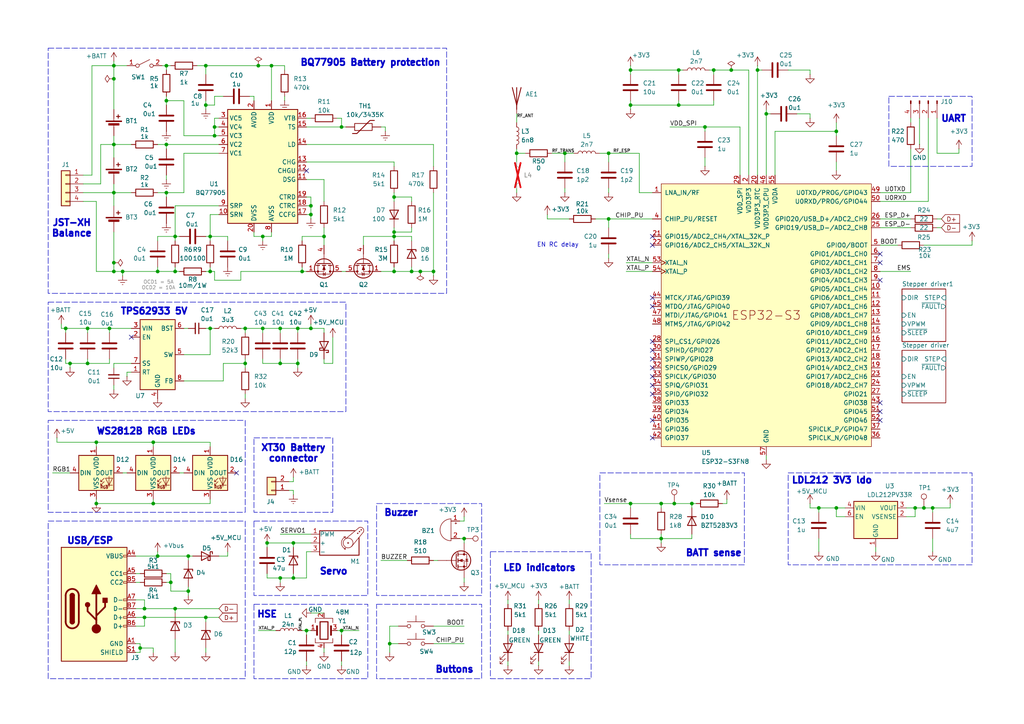
<source format=kicad_sch>
(kicad_sch (version 20250114) (generator "eeschema") (generator_version "9.0")
  (paper "A4")
  (rectangle (start 73.66 151.13) (end 106.68 172.72) (stroke (width 0) (type dash)))
  (rectangle (start 73.66 127) (end 96.52 148.59) (stroke (width 0) (type dash)))
  (rectangle (start 13.97 121.92) (end 71.12 148.59) (stroke (width 0) (type dash)))
  (rectangle (start 173.99 137.16) (end 215.9 163.83) (stroke (width 0) (type dash)))
  (rectangle (start 228.6 137.16) (end 281.94 163.83) (stroke (width 0) (type dash)))
  (rectangle (start 109.22 175.26) (end 139.7 196.85) (stroke (width 0) (type dash)))
  (rectangle (start 257.81 27.94) (end 281.94 48.26) (stroke (width 0) (type dash)))
  (rectangle (start 109.22 146.05) (end 139.7 172.72) (stroke (width 0) (type dash)))
  (rectangle (start 13.97 151.13) (end 71.12 196.85) (stroke (width 0) (type dash)))
  (rectangle (start 73.66 175.26) (end 106.68 196.85) (stroke (width 0) (type dash)))
  (rectangle (start 142.24 160.02) (end 171.45 196.85) (stroke (width 0) (type dash)))
  (rectangle (start 13.97 87.63) (end 100.33 119.38) (stroke (width 0) (type dash)))
  (rectangle (start 13.97 13.97) (end 129.54 85.09) (stroke (width 0) (type dash)))
  (text "UART" (at 276.606 34.544 0) (effects (font (size 1.905 1.905) (thickness 0.508) (bold yes))))
  (text "Buttons" (at 131.826 194.31 0) (effects (font (size 1.905 1.905) (thickness 0.508) (bold yes))))
  (text "LDL212 3V3 ldo" (at 241.3 139.446 0) (effects (font (size 1.905 1.905) (thickness 0.508) (bold yes))))
  (text "OCD1 = 5A\nOCD2 = 10A" (at 45.974 82.804 0) (effects (font (size 1.016 1.016) (thickness 0.127))))
  (text "JST-XH\nBalance" (at 20.828 66.294 0) (effects (font (size 1.905 1.905) (thickness 0.508) (bold yes))))
  (text "BQ77905 Battery protection" (at 107.442 18.288 0) (effects (font (size 1.905 1.905) (thickness 0.508) (bold yes))))
  (text "Servo" (at 96.774 165.862 0) (effects (font (size 1.905 1.905) (thickness 0.508) (bold yes))))
  (text "EN RC delay" (at 161.798 71.12 0) (effects (font (size 1.27 1.27))))
  (text "BATT sense" (at 207.01 160.528 0) (effects (font (size 1.905 1.905) (thickness 0.508) (bold yes))))
  (text "WS2812B RGB LEDs" (at 42.418 125.222 0) (effects (font (size 1.905 1.905) (thickness 0.508) (bold yes))))
  (text "LED indicators" (at 156.464 164.846 0) (effects (font (size 1.905 1.905) (thickness 0.508) (bold yes))))
  (text "Buzzer" (at 116.332 148.844 0) (effects (font (size 1.905 1.905) (thickness 0.508) (bold yes))))
  (text "TPS62933 5V" (at 44.704 90.424 0) (effects (font (size 1.905 1.905) (thickness 0.508) (bold yes))))
  (text "HSE" (at 77.47 178.308 0) (effects (font (size 1.905 1.905) (thickness 0.508) (bold yes))))
  (text "USB/ESP" (at 26.162 156.972 0) (effects (font (size 1.905 1.905) (thickness 0.508) (bold yes))))
  (text "XT30 Battery\nconnector" (at 85.09 131.572 0) (effects (font (size 1.905 1.905) (thickness 0.508) (bold yes))))
  (junction (at 207.01 20.32))
  (junction (at 182.88 20.32))
  (junction (at 25.4 105.41))
  (junction (at 49.53 168.91))
  (junction (at 93.98 68.58))
  (junction (at 33.02 55.88))
  (junction (at 78.74 19.05))
  (junction (at 85.09 167.64))
  (junction (at 212.09 20.32))
  (junction (at 20.32 105.41))
  (junction (at 33.02 76.2))
  (junction (at 237.49 147.32))
  (junction (at 114.3 68.58))
  (junction (at 134.62 156.21))
  (junction (at 25.4 95.25))
  (junction (at 48.26 55.88))
  (junction (at 219.71 20.32))
  (junction (at 54.61 161.29))
  (junction (at 35.56 78.74))
  (junction (at 31.75 95.25))
  (junction (at 90.17 62.23))
  (junction (at 191.77 156.21))
  (junction (at 71.12 95.25))
  (junction (at 86.36 95.25))
  (junction (at 176.53 63.5))
  (junction (at 121.92 78.74))
  (junction (at 182.88 30.48))
  (junction (at 125.73 78.74))
  (junction (at 41.91 179.07))
  (junction (at 204.47 36.83))
  (junction (at 50.8 68.58))
  (junction (at 71.12 105.41))
  (junction (at 54.61 171.45))
  (junction (at 182.88 146.05))
  (junction (at 76.2 68.58))
  (junction (at 87.63 78.74))
  (junction (at 114.3 67.31))
  (junction (at 113.03 186.69))
  (junction (at 62.23 36.83))
  (junction (at 62.23 39.37))
  (junction (at 59.69 19.05))
  (junction (at 114.3 78.74))
  (junction (at 50.8 78.74))
  (junction (at 48.26 41.91))
  (junction (at 59.69 30.48))
  (junction (at 60.96 95.25))
  (junction (at 200.66 146.05))
  (junction (at 222.25 33.02))
  (junction (at 77.47 157.48))
  (junction (at 195.58 146.05))
  (junction (at 40.64 187.96))
  (junction (at 48.26 29.21))
  (junction (at 270.51 147.32))
  (junction (at 85.09 157.48))
  (junction (at 176.53 44.45))
  (junction (at 33.02 41.91))
  (junction (at 81.28 167.64))
  (junction (at 81.28 95.25))
  (junction (at 114.3 57.15))
  (junction (at 149.86 44.45))
  (junction (at 27.94 146.05))
  (junction (at 50.8 176.53))
  (junction (at 242.57 38.1))
  (junction (at 88.9 182.88))
  (junction (at 59.69 179.07))
  (junction (at 45.72 78.74))
  (junction (at 90.17 95.25))
  (junction (at 41.91 176.53))
  (junction (at 27.94 128.27))
  (junction (at 44.45 128.27))
  (junction (at 74.93 19.05))
  (junction (at 33.02 22.86))
  (junction (at 81.28 105.41))
  (junction (at 99.06 36.83))
  (junction (at 44.45 146.05))
  (junction (at 19.05 95.25))
  (junction (at 86.36 105.41))
  (junction (at 119.38 78.74))
  (junction (at 99.06 182.88))
  (junction (at 33.02 19.05))
  (junction (at 265.43 147.32))
  (junction (at 48.26 19.05))
  (junction (at 191.77 146.05))
  (junction (at 242.57 147.32))
  (junction (at 45.72 161.29))
  (junction (at 33.02 78.74))
  (junction (at 196.85 20.32))
  (junction (at 60.96 78.74))
  (junction (at 60.96 68.58))
  (junction (at 90.17 59.69))
  (junction (at 163.83 44.45))
  (junction (at 267.97 147.32))
  (junction (at 76.2 95.25))
  (junction (at 196.85 30.48))
  (no_connect (at 189.23 114.3))
  (no_connect (at 255.27 81.28))
  (no_connect (at 189.23 106.68))
  (no_connect (at 255.27 119.38))
  (no_connect (at 189.23 109.22))
  (no_connect (at 189.23 99.06))
  (no_connect (at 38.1 97.79))
  (no_connect (at 189.23 121.92))
  (no_connect (at 189.23 86.36))
  (no_connect (at 255.27 121.92))
  (no_connect (at 189.23 88.9))
  (no_connect (at 189.23 111.76))
  (no_connect (at 68.58 137.16))
  (no_connect (at 189.23 101.6))
  (no_connect (at 255.27 76.2))
  (no_connect (at 189.23 127))
  (no_connect (at 189.23 71.12))
  (no_connect (at 189.23 68.58))
  (no_connect (at 255.27 116.84))
  (no_connect (at 255.27 73.66))
  (no_connect (at 189.23 104.14))
  (no_connect (at 88.9 49.53))
  (wire (pts (xy 25.4 105.41) (xy 31.75 105.41)))
  (wire (pts (xy 267.97 147.32) (xy 270.51 147.32)))
  (wire (pts (xy 49.53 166.37) (xy 49.53 168.91)))
  (wire (pts (xy 86.36 104.14) (xy 86.36 105.41)))
  (wire (pts (xy 219.71 19.05) (xy 219.71 20.32)))
  (wire (pts (xy 119.38 77.47) (xy 119.38 78.74)))
  (wire (pts (xy 262.89 147.32) (xy 265.43 147.32)))
  (wire (pts (xy 163.83 46.99) (xy 163.83 44.45)))
  (wire (pts (xy 59.69 30.48) (xy 59.69 31.75)))
  (wire (pts (xy 173.99 44.45) (xy 176.53 44.45)))
  (wire (pts (xy 63.5 36.83) (xy 62.23 36.83)))
  (wire (pts (xy 113.03 181.61) (xy 115.57 181.61)))
  (wire (pts (xy 242.57 35.56) (xy 242.57 38.1)))
  (wire (pts (xy 191.77 146.05) (xy 191.77 147.32)))
  (wire (pts (xy 114.3 68.58) (xy 105.41 68.58)))
  (wire (pts (xy 33.02 22.86) (xy 33.02 31.75)))
  (wire (pts (xy 20.32 105.41) (xy 25.4 105.41)))
  (wire (pts (xy 44.45 144.78) (xy 44.45 146.05)))
  (wire (pts (xy 48.26 29.21) (xy 53.34 29.21)))
  (wire (pts (xy 59.69 19.05) (xy 59.69 21.59)))
  (wire (pts (xy 99.06 191.77) (xy 99.06 193.04)))
  (wire (pts (xy 185.42 55.88) (xy 189.23 55.88)))
  (wire (pts (xy 255.27 71.12) (xy 260.35 71.12)))
  (wire (pts (xy 99.06 184.15) (xy 99.06 182.88)))
  (wire (pts (xy 45.72 161.29) (xy 54.61 161.29)))
  (wire (pts (xy 77.47 157.48) (xy 85.09 157.48)))
  (wire (pts (xy 134.62 167.64) (xy 134.62 168.91)))
  (wire (pts (xy 222.25 31.75) (xy 222.25 33.02)))
  (wire (pts (xy 25.4 95.25) (xy 31.75 95.25)))
  (wire (pts (xy 19.05 105.41) (xy 19.05 104.14)))
  (wire (pts (xy 237.49 147.32) (xy 237.49 148.59)))
  (wire (pts (xy 59.69 179.07) (xy 59.69 180.34)))
  (wire (pts (xy 27.94 144.78) (xy 27.94 146.05)))
  (wire (pts (xy 62.23 30.48) (xy 59.69 30.48)))
  (wire (pts (xy 156.21 193.04) (xy 156.21 191.77)))
  (wire (pts (xy 271.78 63.5) (xy 273.05 63.5)))
  (wire (pts (xy 99.06 78.74) (xy 100.33 78.74)))
  (wire (pts (xy 50.8 59.69) (xy 50.8 68.58)))
  (wire (pts (xy 27.94 146.05) (xy 44.45 146.05)))
  (wire (pts (xy 41.91 176.53) (xy 50.8 176.53)))
  (wire (pts (xy 114.3 77.47) (xy 114.3 78.74)))
  (wire (pts (xy 62.23 39.37) (xy 63.5 39.37)))
  (wire (pts (xy 53.34 39.37) (xy 62.23 39.37)))
  (wire (pts (xy 49.53 19.05) (xy 48.26 19.05)))
  (wire (pts (xy 45.72 41.91) (xy 48.26 41.91)))
  (wire (pts (xy 182.88 146.05) (xy 191.77 146.05)))
  (wire (pts (xy 149.86 33.02) (xy 149.86 35.56)))
  (wire (pts (xy 60.96 68.58) (xy 60.96 69.85)))
  (wire (pts (xy 185.42 44.45) (xy 185.42 55.88)))
  (wire (pts (xy 45.72 77.47) (xy 45.72 78.74)))
  (wire (pts (xy 33.02 55.88) (xy 33.02 59.69)))
  (wire (pts (xy 24.13 55.88) (xy 33.02 55.88)))
  (wire (pts (xy 69.85 78.74) (xy 87.63 78.74)))
  (wire (pts (xy 82.55 27.94) (xy 82.55 29.21)))
  (wire (pts (xy 87.63 77.47) (xy 87.63 78.74)))
  (wire (pts (xy 255.27 78.74) (xy 264.16 78.74)))
  (wire (pts (xy 19.05 95.25) (xy 25.4 95.25)))
  (wire (pts (xy 36.83 107.95) (xy 36.83 109.22)))
  (wire (pts (xy 110.49 78.74) (xy 114.3 78.74)))
  (wire (pts (xy 48.26 55.88) (xy 48.26 57.15)))
  (wire (pts (xy 93.98 187.96) (xy 93.98 189.23)))
  (wire (pts (xy 176.53 63.5) (xy 189.23 63.5)))
  (wire (pts (xy 40.64 166.37) (xy 39.37 166.37)))
  (wire (pts (xy 81.28 105.41) (xy 76.2 105.41)))
  (wire (pts (xy 27.94 128.27) (xy 27.94 129.54)))
  (wire (pts (xy 205.74 20.32) (xy 207.01 20.32)))
  (wire (pts (xy 90.17 160.02) (xy 88.9 160.02)))
  (wire (pts (xy 182.88 30.48) (xy 182.88 31.75)))
  (wire (pts (xy 76.2 68.58) (xy 73.66 68.58)))
  (wire (pts (xy 88.9 193.04) (xy 88.9 191.77)))
  (wire (pts (xy 53.34 39.37) (xy 53.34 29.21)))
  (wire (pts (xy 200.66 156.21) (xy 200.66 154.94)))
  (wire (pts (xy 44.45 146.05) (xy 60.96 146.05)))
  (wire (pts (xy 204.47 38.1) (xy 204.47 36.83)))
  (wire (pts (xy 62.23 78.74) (xy 62.23 81.28)))
  (wire (pts (xy 44.45 187.96) (xy 44.45 189.23)))
  (wire (pts (xy 88.9 184.15) (xy 88.9 182.88)))
  (wire (pts (xy 76.2 95.25) (xy 81.28 95.25)))
  (wire (pts (xy 29.21 41.91) (xy 33.02 41.91)))
  (wire (pts (xy 59.69 29.21) (xy 59.69 30.48)))
  (wire (pts (xy 24.13 53.34) (xy 29.21 53.34)))
  (wire (pts (xy 125.73 55.88) (xy 125.73 78.74)))
  (wire (pts (xy 88.9 34.29) (xy 90.17 34.29)))
  (wire (pts (xy 121.92 78.74) (xy 125.73 78.74)))
  (wire (pts (xy 204.47 36.83) (xy 214.63 36.83)))
  (wire (pts (xy 53.34 55.88) (xy 53.34 44.45)))
  (wire (pts (xy 78.74 68.58) (xy 76.2 68.58)))
  (wire (pts (xy 90.17 59.69) (xy 88.9 59.69)))
  (wire (pts (xy 62.23 34.29) (xy 63.5 34.29)))
  (wire (pts (xy 16.51 128.27) (xy 27.94 128.27)))
  (wire (pts (xy 147.32 193.04) (xy 147.32 191.77)))
  (wire (pts (xy 114.3 67.31) (xy 114.3 66.04)))
  (wire (pts (xy 24.13 50.8) (xy 26.67 50.8)))
  (wire (pts (xy 40.64 189.23) (xy 39.37 189.23)))
  (wire (pts (xy 49.53 171.45) (xy 54.61 171.45)))
  (wire (pts (xy 270.51 147.32) (xy 275.59 147.32)))
  (wire (pts (xy 59.69 68.58) (xy 60.96 68.58)))
  (wire (pts (xy 245.11 147.32) (xy 242.57 147.32)))
  (wire (pts (xy 62.23 81.28) (xy 69.85 81.28)))
  (wire (pts (xy 125.73 48.26) (xy 125.73 41.91)))
  (wire (pts (xy 74.93 19.05) (xy 59.69 19.05)))
  (wire (pts (xy 48.26 52.07) (xy 48.26 50.8)))
  (wire (pts (xy 54.61 170.18) (xy 54.61 171.45)))
  (wire (pts (xy 59.69 189.23) (xy 59.69 187.96)))
  (wire (pts (xy 196.85 20.32) (xy 198.12 20.32)))
  (wire (pts (xy 191.77 156.21) (xy 200.66 156.21)))
  (wire (pts (xy 99.06 182.88) (xy 97.79 182.88)))
  (wire (pts (xy 50.8 68.58) (xy 50.8 69.85)))
  (wire (pts (xy 267.97 71.12) (xy 281.94 71.12)))
  (wire (pts (xy 214.63 36.83) (xy 214.63 50.8)))
  (wire (pts (xy 53.34 95.25) (xy 54.61 95.25)))
  (wire (pts (xy 194.31 36.83) (xy 204.47 36.83)))
  (wire (pts (xy 160.02 44.45) (xy 163.83 44.45)))
  (wire (pts (xy 24.13 58.42) (xy 27.94 58.42)))
  (wire (pts (xy 33.02 67.31) (xy 33.02 76.2)))
  (wire (pts (xy 40.64 168.91) (xy 39.37 168.91)))
  (wire (pts (xy 207.01 20.32) (xy 207.01 21.59)))
  (wire (pts (xy 134.62 149.86) (xy 134.62 151.13)))
  (wire (pts (xy 114.3 58.42) (xy 114.3 57.15)))
  (wire (pts (xy 48.26 29.21) (xy 48.26 30.48)))
  (wire (pts (xy 242.57 46.99) (xy 242.57 49.53)))
  (wire (pts (xy 48.26 19.05) (xy 48.26 20.32)))
  (wire (pts (xy 81.28 105.41) (xy 81.28 104.14)))
  (wire (pts (xy 33.02 19.05) (xy 33.02 22.86)))
  (wire (pts (xy 90.17 59.69) (xy 90.17 57.15)))
  (wire (pts (xy 93.98 52.07) (xy 88.9 52.07)))
  (wire (pts (xy 66.04 161.29) (xy 63.5 161.29)))
  (wire (pts (xy 76.2 68.58) (xy 76.2 69.85)))
  (wire (pts (xy 71.12 95.25) (xy 76.2 95.25)))
  (wire (pts (xy 182.88 20.32) (xy 182.88 21.59)))
  (wire (pts (xy 33.02 105.41) (xy 33.02 106.68)))
  (wire (pts (xy 231.14 33.02) (xy 234.95 33.02)))
  (wire (pts (xy 119.38 67.31) (xy 114.3 67.31)))
  (wire (pts (xy 40.64 186.69) (xy 40.64 187.96)))
  (wire (pts (xy 48.26 27.94) (xy 48.26 29.21)))
  (wire (pts (xy 78.74 19.05) (xy 74.93 19.05)))
  (wire (pts (xy 45.72 78.74) (xy 50.8 78.74)))
  (wire (pts (xy 176.53 54.61) (xy 176.53 55.88)))
  (wire (pts (xy 71.12 95.25) (xy 69.85 95.25)))
  (wire (pts (xy 85.09 138.43) (xy 85.09 139.7)))
  (wire (pts (xy 134.62 151.13) (xy 133.35 151.13)))
  (wire (pts (xy 114.3 46.99) (xy 114.3 48.26)))
  (wire (pts (xy 76.2 105.41) (xy 76.2 104.14)))
  (wire (pts (xy 222.25 33.02) (xy 223.52 33.02)))
  (wire (pts (xy 55.88 161.29) (xy 54.61 161.29)))
  (wire (pts (xy 234.95 34.29) (xy 234.95 33.02)))
  (wire (pts (xy 38.1 105.41) (xy 33.02 105.41)))
  (wire (pts (xy 175.26 146.05) (xy 182.88 146.05)))
  (wire (pts (xy 88.9 46.99) (xy 114.3 46.99)))
  (wire (pts (xy 33.02 19.05) (xy 36.83 19.05)))
  (wire (pts (xy 200.66 146.05) (xy 201.93 146.05)))
  (wire (pts (xy 281.94 69.85) (xy 281.94 71.12)))
  (wire (pts (xy 62.23 36.83) (xy 62.23 39.37)))
  (wire (pts (xy 50.8 185.42) (xy 50.8 189.23)))
  (wire (pts (xy 196.85 29.21) (xy 196.85 30.48)))
  (wire (pts (xy 181.61 76.2) (xy 189.23 76.2)))
  (wire (pts (xy 66.04 160.02) (xy 66.04 161.29)))
  (wire (pts (xy 60.96 78.74) (xy 62.23 78.74)))
  (wire (pts (xy 255.27 58.42) (xy 269.24 58.42)))
  (wire (pts (xy 54.61 172.72) (xy 54.61 171.45)))
  (wire (pts (xy 88.9 36.83) (xy 99.06 36.83)))
  (wire (pts (xy 269.24 34.29) (xy 269.24 58.42)))
  (wire (pts (xy 262.89 149.86) (xy 265.43 149.86)))
  (wire (pts (xy 271.78 66.04) (xy 273.05 66.04)))
  (wire (pts (xy 149.86 44.45) (xy 149.86 46.99)))
  (wire (pts (xy 114.3 67.31) (xy 114.3 68.58)))
  (wire (pts (xy 176.53 46.99) (xy 176.53 44.45)))
  (wire (pts (xy 35.56 137.16) (xy 36.83 137.16)))
  (wire (pts (xy 234.95 147.32) (xy 237.49 147.32)))
  (wire (pts (xy 60.96 128.27) (xy 60.96 129.54)))
  (wire (pts (xy 90.17 177.8) (xy 93.98 177.8)))
  (wire (pts (xy 222.25 50.8) (xy 222.25 33.02)))
  (wire (pts (xy 50.8 68.58) (xy 52.07 68.58)))
  (wire (pts (xy 45.72 68.58) (xy 45.72 69.85)))
  (wire (pts (xy 71.12 105.41) (xy 71.12 106.68)))
  (wire (pts (xy 19.05 95.25) (xy 19.05 96.52)))
  (wire (pts (xy 182.88 30.48) (xy 196.85 30.48)))
  (wire (pts (xy 191.77 156.21) (xy 191.77 157.48)))
  (wire (pts (xy 38.1 107.95) (xy 36.83 107.95)))
  (wire (pts (xy 25.4 104.14) (xy 25.4 105.41)))
  (wire (pts (xy 99.06 34.29) (xy 97.79 34.29)))
  (wire (pts (xy 60.96 144.78) (xy 60.96 146.05)))
  (wire (pts (xy 219.71 20.32) (xy 220.98 20.32)))
  (wire (pts (xy 114.3 68.58) (xy 119.38 68.58)))
  (wire (pts (xy 165.1 193.04) (xy 165.1 191.77)))
  (wire (pts (xy 41.91 176.53) (xy 39.37 176.53)))
  (wire (pts (xy 45.72 160.02) (xy 45.72 161.29)))
  (wire (pts (xy 77.47 157.48) (xy 77.47 158.75)))
  (wire (pts (xy 87.63 182.88) (xy 88.9 182.88)))
  (wire (pts (xy 222.25 132.08) (xy 222.25 133.35)))
  (wire (pts (xy 90.17 62.23) (xy 88.9 62.23)))
  (wire (pts (xy 41.91 173.99) (xy 41.91 176.53)))
  (wire (pts (xy 39.37 161.29) (xy 45.72 161.29)))
  (wire (pts (xy 278.13 43.18) (xy 278.13 44.45)))
  (wire (pts (xy 33.02 45.72) (xy 33.02 41.91)))
  (wire (pts (xy 48.26 41.91) (xy 63.5 41.91)))
  (wire (pts (xy 19.05 105.41) (xy 20.32 105.41)))
  (wire (pts (xy 200.66 146.05) (xy 200.66 147.32)))
  (wire (pts (xy 114.3 69.85) (xy 114.3 68.58)))
  (wire (pts (xy 71.12 104.14) (xy 71.12 105.41)))
  (wire (pts (xy 49.53 166.37) (xy 48.26 166.37)))
  (wire (pts (xy 90.17 62.23) (xy 90.17 59.69)))
  (wire (pts (xy 86.36 106.68) (xy 86.36 105.41)))
  (wire (pts (xy 119.38 57.15) (xy 114.3 57.15)))
  (wire (pts (xy 33.02 39.37) (xy 33.02 41.91)))
  (wire (pts (xy 66.04 69.85) (xy 66.04 68.58)))
  (wire (pts (xy 26.67 50.8) (xy 26.67 19.05)))
  (wire (pts (xy 111.76 38.1) (xy 111.76 36.83)))
  (wire (pts (xy 82.55 20.32) (xy 82.55 19.05)))
  (wire (pts (xy 33.02 17.78) (xy 33.02 19.05)))
  (wire (pts (xy 60.96 77.47) (xy 60.96 78.74)))
  (wire (pts (xy 165.1 173.99) (xy 165.1 175.26)))
  (wire (pts (xy 44.45 128.27) (xy 44.45 129.54)))
  (wire (pts (xy 113.03 181.61) (xy 113.03 186.69)))
  (wire (pts (xy 181.61 78.74) (xy 189.23 78.74)))
  (wire (pts (xy 77.47 167.64) (xy 77.47 166.37)))
  (wire (pts (xy 45.72 55.88) (xy 48.26 55.88)))
  (wire (pts (xy 35.56 78.74) (xy 45.72 78.74)))
  (wire (pts (xy 78.74 29.21) (xy 78.74 19.05)))
  (wire (pts (xy 27.94 58.42) (xy 27.94 78.74)))
  (wire (pts (xy 59.69 179.07) (xy 63.5 179.07)))
  (wire (pts (xy 217.17 20.32) (xy 212.09 20.32)))
  (wire (pts (xy 33.02 55.88) (xy 38.1 55.88)))
  (wire (pts (xy 31.75 95.25) (xy 38.1 95.25)))
  (wire (pts (xy 53.34 102.87) (xy 60.96 102.87)))
  (wire (pts (xy 156.21 173.99) (xy 156.21 175.26)))
  (wire (pts (xy 78.74 67.31) (xy 78.74 68.58)))
  (wire (pts (xy 96.52 97.79) (xy 96.52 105.41)))
  (wire (pts (xy 93.98 52.07) (xy 93.98 58.42)))
  (wire (pts (xy 62.23 36.83) (xy 62.23 34.29)))
  (wire (pts (xy 90.17 95.25) (xy 90.17 93.98)))
  (wire (pts (xy 234.95 146.05) (xy 234.95 147.32)))
  (wire (pts (xy 16.51 127) (xy 16.51 128.27)))
  (wire (pts (xy 33.02 78.74) (xy 33.02 76.2)))
  (wire (pts (xy 76.2 95.25) (xy 76.2 96.52)))
  (wire (pts (xy 204.47 45.72) (xy 204.47 48.26)))
  (wire (pts (xy 93.98 71.12) (xy 93.98 68.58)))
  (wire (pts (xy 59.69 95.25) (xy 60.96 95.25)))
  (wire (pts (xy 81.28 168.91) (xy 81.28 167.64)))
  (wire (pts (xy 147.32 173.99) (xy 147.32 175.26)))
  (wire (pts (xy 60.96 62.23) (xy 60.96 68.58)))
  (wire (pts (xy 82.55 19.05) (xy 78.74 19.05)))
  (wire (pts (xy 81.28 95.25) (xy 81.28 96.52)))
  (wire (pts (xy 41.91 179.07) (xy 59.69 179.07)))
  (wire (pts (xy 163.83 44.45) (xy 166.37 44.45)))
  (wire (pts (xy 254 158.75) (xy 254 160.02)))
  (wire (pts (xy 26.67 19.05) (xy 33.02 19.05)))
  (wire (pts (xy 217.17 50.8) (xy 217.17 20.32)))
  (wire (pts (xy 191.77 156.21) (xy 182.88 156.21)))
  (wire (pts (xy 48.26 55.88) (xy 53.34 55.88)))
  (wire (pts (xy 93.98 68.58) (xy 87.63 68.58)))
  (wire (pts (xy 83.82 142.24) (xy 85.09 142.24)))
  (wire (pts (xy 86.36 95.25) (xy 90.17 95.25)))
  (wire (pts (xy 207.01 30.48) (xy 196.85 30.48)))
  (wire (pts (xy 207.01 29.21) (xy 207.01 30.48)))
  (wire (pts (xy 134.62 156.21) (xy 134.62 157.48)))
  (wire (pts (xy 224.79 38.1) (xy 242.57 38.1)))
  (wire (pts (xy 88.9 160.02) (xy 88.9 167.64)))
  (wire (pts (xy 39.37 173.99) (xy 41.91 173.99)))
  (wire (pts (xy 93.98 104.14) (xy 93.98 105.41)))
  (wire (pts (xy 196.85 20.32) (xy 196.85 21.59)))
  (wire (pts (xy 125.73 162.56) (xy 127 162.56)))
  (wire (pts (xy 83.82 139.7) (xy 85.09 139.7)))
  (wire (pts (xy 125.73 186.69) (xy 134.62 186.69)))
  (wire (pts (xy 191.77 146.05) (xy 195.58 146.05)))
  (wire (pts (xy 114.3 78.74) (xy 119.38 78.74)))
  (wire (pts (xy 88.9 41.91) (xy 125.73 41.91)))
  (wire (pts (xy 41.91 181.61) (xy 41.91 179.07)))
  (wire (pts (xy 156.21 184.15) (xy 156.21 182.88)))
  (wire (pts (xy 49.53 171.45) (xy 49.53 168.91)))
  (wire (pts (xy 53.34 44.45) (xy 63.5 44.45)))
  (wire (pts (xy 100.33 36.83) (xy 99.06 36.83)))
  (wire (pts (xy 81.28 95.25) (xy 86.36 95.25)))
  (wire (pts (xy 64.77 105.41) (xy 71.12 105.41)))
  (wire (pts (xy 278.13 44.45) (xy 271.78 44.45)))
  (wire (pts (xy 209.55 146.05) (xy 210.82 146.05)))
  (wire (pts (xy 33.02 53.34) (xy 33.02 55.88)))
  (wire (pts (xy 275.59 146.05) (xy 275.59 147.32)))
  (wire (pts (xy 90.17 95.25) (xy 93.98 95.25)))
  (wire (pts (xy 119.38 78.74) (xy 121.92 78.74)))
  (wire (pts (xy 228.6 20.32) (xy 234.95 20.32)))
  (wire (pts (xy 163.83 54.61) (xy 163.83 55.88)))
  (wire (pts (xy 64.77 27.94) (xy 62.23 27.94)))
  (wire (pts (xy 48.26 19.05) (xy 46.99 19.05)))
  (wire (pts (xy 29.21 53.34) (xy 29.21 41.91)))
  (wire (pts (xy 224.79 38.1) (xy 224.79 50.8)))
  (wire (pts (xy 52.07 137.16) (xy 53.34 137.16)))
  (wire (pts (xy 93.98 105.41) (xy 96.52 105.41)))
  (wire (pts (xy 41.91 179.07) (xy 39.37 179.07)))
  (wire (pts (xy 176.53 66.04) (xy 176.53 63.5)))
  (wire (pts (xy 15.24 137.16) (xy 20.32 137.16)))
  (wire (pts (xy 64.77 110.49) (xy 64.77 105.41)))
  (wire (pts (xy 114.3 55.88) (xy 114.3 57.15)))
  (wire (pts (xy 54.61 161.29) (xy 54.61 162.56)))
  (wire (pts (xy 271.78 44.45) (xy 271.78 34.29)))
  (wire (pts (xy 40.64 186.69) (xy 39.37 186.69)))
  (wire (pts (xy 149.86 54.61) (xy 149.86 55.88)))
  (wire (pts (xy 60.96 95.25) (xy 60.96 102.87)))
  (wire (pts (xy 81.28 167.64) (xy 85.09 167.64)))
  (wire (pts (xy 176.53 44.45) (xy 185.42 44.45)))
  (wire (pts (xy 39.37 181.61) (xy 41.91 181.61)))
  (wire (pts (xy 111.76 36.83) (xy 110.49 36.83)))
  (wire (pts (xy 50.8 77.47) (xy 50.8 78.74)))
  (wire (pts (xy 87.63 78.74) (xy 88.9 78.74)))
  (wire (pts (xy 119.38 66.04) (xy 119.38 67.31)))
  (wire (pts (xy 182.88 156.21) (xy 182.88 154.94)))
  (wire (pts (xy 48.26 41.91) (xy 48.26 43.18)))
  (wire (pts (xy 73.66 27.94) (xy 72.39 27.94)))
  (wire (pts (xy 17.78 95.25) (xy 19.05 95.25)))
  (wire (pts (xy 63.5 62.23) (xy 60.96 62.23)))
  (wire (pts (xy 93.98 95.25) (xy 93.98 96.52)))
  (wire (pts (xy 49.53 168.91) (xy 48.26 168.91)))
  (wire (pts (xy 71.12 114.3) (xy 71.12 115.57)))
  (wire (pts (xy 265.43 149.86) (xy 265.43 147.32)))
  (wire (pts (xy 195.58 146.05) (xy 200.66 146.05)))
  (wire (pts (xy 242.57 38.1) (xy 242.57 39.37)))
  (wire (pts (xy 182.88 146.05) (xy 182.88 147.32)))
  (wire (pts (xy 40.64 187.96) (xy 40.64 189.23)))
  (wire (pts (xy 66.04 68.58) (xy 60.96 68.58)))
  (wire (pts (xy 71.12 96.52) (xy 71.12 95.25)))
  (wire (pts (xy 99.06 182.88) (xy 104.14 182.88)))
  (wire (pts (xy 31.75 105.41) (xy 31.75 104.14)))
  (wire (pts (xy 17.78 93.98) (xy 17.78 95.25)))
  (wire (pts (xy 74.93 182.88) (xy 80.01 182.88)))
  (wire (pts (xy 125.73 181.61) (xy 134.62 181.61)))
  (wire (pts (xy 149.86 44.45) (xy 149.86 43.18)))
  (wire (pts (xy 85.09 157.48) (xy 85.09 158.75)))
  (wire (pts (xy 40.64 187.96) (xy 44.45 187.96)))
  (wire (pts (xy 88.9 167.64) (xy 85.09 167.64)))
  (wire (pts (xy 99.06 36.83) (xy 99.06 34.29)))
  (wire (pts (xy 266.7 34.29) (xy 266.7 41.91)))
  (wire (pts (xy 270.51 147.32) (xy 270.51 148.59)))
  (wire (pts (xy 50.8 176.53) (xy 50.8 177.8)))
  (wire (pts (xy 20.32 105.41) (xy 20.32 106.68)))
  (wire (pts (xy 255.27 55.88) (xy 264.16 55.88)))
  (wire (pts (xy 85.09 142.24) (xy 85.09 143.51)))
  (wire (pts (xy 105.41 68.58) (xy 105.41 71.12)))
  (wire (pts (xy 44.45 128.27) (xy 60.96 128.27)))
  (wire (pts (xy 110.49 162.56) (xy 118.11 162.56)))
  (wire (pts (xy 86.36 105.41) (xy 81.28 105.41)))
  (wire (pts (xy 57.15 19.05) (xy 59.69 19.05)))
  (wire (pts (xy 73.66 68.58) (xy 73.66 67.31)))
  (wire (pts (xy 60.96 95.25) (xy 62.23 95.25)))
  (wire (pts (xy 27.94 78.74) (xy 33.02 78.74)))
  (wire (pts (xy 35.56 80.01) (xy 35.56 78.74)))
  (wire (pts (xy 191.77 154.94) (xy 191.77 156.21)))
  (wire (pts (xy 50.8 68.58) (xy 45.72 68.58)))
  (wire (pts (xy 165.1 184.15) (xy 165.1 182.88)))
  (wire (pts (xy 264.16 35.56) (xy 264.16 34.29)))
  (wire (pts (xy 33.02 41.91) (xy 38.1 41.91)))
  (wire (pts (xy 147.32 184.15) (xy 147.32 182.88)))
  (wire (pts (xy 242.57 147.32) (xy 237.49 147.32)))
  (wire (pts (xy 264.16 43.18) (xy 264.16 55.88)))
  (wire (pts (xy 33.02 111.76) (xy 33.02 113.03)))
  (wire (pts (xy 176.53 73.66) (xy 176.53 74.93)))
  (wire (pts (xy 35.56 78.74) (xy 33.02 78.74)))
  (wire (pts (xy 69.85 81.28) (xy 69.85 78.74)))
  (wire (pts (xy 27.94 128.27) (xy 44.45 128.27)))
  (wire (pts (xy 87.63 68.58) (xy 87.63 69.85)))
  (wire (pts (xy 182.88 19.05) (xy 182.88 20.32)))
  (wire (pts (xy 265.43 147.32) (xy 267.97 147.32)))
  (wire (pts (xy 219.71 20.32) (xy 219.71 50.8)))
  (wire (pts (xy 270.51 156.21) (xy 270.51 160.02)))
  (wire (pts (xy 237.49 156.21) (xy 237.49 160.02)))
  (wire (pts (xy 182.88 30.48) (xy 182.88 29.21)))
  (wire (pts (xy 77.47 167.64) (xy 81.28 167.64)))
  (wire (pts (xy 85.09 157.48) (xy 90.17 157.48)))
  (wire (pts (xy 158.75 63.5) (xy 165.1 63.5)))
  (wire (pts (xy 62.23 27.94) (xy 62.23 30.48)))
  (wire (pts (xy 149.86 44.45) (xy 152.4 44.45)))
  (wire (pts (xy 93.98 66.04) (xy 93.98 68.58)))
  (wire (pts (xy 88.9 182.88) (xy 90.17 182.88)))
  (wire (pts (xy 242.57 149.86) (xy 242.57 147.32)))
  (wire (pts (xy 182.88 20.32) (xy 196.85 20.32)))
  (wire (pts (xy 212.09 20.32) (xy 207.01 20.32)))
  (wire (pts (xy 90.17 57.15) (xy 88.9 57.15)))
  (wire (pts (xy 210.82 144.78) (xy 210.82 146.05)))
  (wire (pts (xy 245.11 149.86) (xy 242.57 149.86)))
  (wire (pts (xy 90.17 63.5) (xy 90.17 62.23)))
  (wire (pts (xy 255.27 66.04) (xy 264.16 66.04)))
  (wire (pts (xy 59.69 78.74) (xy 60.96 78.74)))
  (wire (pts (xy 255.27 63.5) (xy 264.16 63.5)))
  (wire (pts (xy 31.75 95.25) (xy 31.75 96.52)))
  (wire (pts (xy 113.03 186.69) (xy 113.03 189.23)))
  (wire (pts (xy 133.35 156.21) (xy 134.62 156.21)))
  (wire (pts (xy 119.38 68.58) (xy 119.38 69.85)))
  (wire (pts (xy 50.8 78.74) (xy 52.07 78.74)))
  (wire (pts (xy 113.03 186.69) (xy 115.57 186.69)))
  (wire (pts (xy 86.36 95.25) (xy 86.36 96.52)))
  (wire (pts (xy 50.8 176.53) (xy 63.5 176.53)))
  (wire (pts (xy 119.38 58.42) (xy 119.38 57.15)))
  (wire (pts (xy 81.28 154.94) (xy 90.17 154.94)))
  (wire (pts (xy 176.53 63.5) (xy 172.72 63.5)))
  (wire (pts (xy 158.75 62.23) (xy 158.75 63.5)))
  (wire (pts (xy 234.95 20.32) (xy 234.95 21.59)))
  (wire (pts (xy 50.8 59.69) (xy 63.5 59.69)))
  (wire (pts (xy 53.34 110.49) (xy 64.77 110.49)))
  (wire (pts (xy 73.66 29.21) (xy 73.66 27.94)))
  (wire (pts (xy 25.4 95.25) (xy 25.4 96.52)))
  (wire (pts (xy 85.09 166.37) (xy 85.09 167.64)))
  (wire (pts (xy 125.73 78.74) (xy 125.73 80.01)))
  (label "ESP_D+" (at 264.16 63.5 180))
  (label "RF_ESP" (at 177.8 44.45 0) (effects (font (size 0.889 0.889))))
  (label "U0TXD" (at 256.54 55.88 0))
  (label "BUZZER" (at 110.49 162.56 0))
  (label "BOOT" (at 134.62 181.61 180))
  (label "RGB1" (at 15.24 137.16 0))
  (label "U0RXD" (at 256.54 58.42 0))
  (label "BOOT" (at 255.27 71.12 0))
  (label "EMS" (at 264.16 78.74 180))
  (label "Vsense" (at 175.26 146.05 0))
  (label "XTAL_P" (at 74.93 182.88 0) (effects (font (size 0.889 0.889))))
  (label "XTAL_PL" (at 87.63 182.88 90) (effects (font (size 0.635 0.635))))
  (label "CHIP_PU" (at 134.62 186.69 180))
  (label "RF_TRANS" (at 160.02 44.45 0) (effects (font (size 0.889 0.889))))
  (label "RF_ANT" (at 149.86 34.29 0) (effects (font (size 0.889 0.889))))
  (label "SERVO1" (at 81.28 154.94 0))
  (label "CHIP_PU" (at 186.69 63.5 180))
  (label "XTAL_N" (at 104.14 182.88 180) (effects (font (size 0.889 0.889))))
  (label "XTAL_P" (at 181.61 78.74 0))
  (label "ESP_D-" (at 264.16 66.04 180))
  (label "VDD_SPI" (at 194.31 36.83 0))
  (label "XTAL_N" (at 181.61 76.2 0))
  (global_label "D-" (shape input) (at 273.05 66.04 0) (property "Intersheetrefs" "${INTERSHEET_REFS}" (effects (hide yes))))
  (global_label "D+" (shape input) (at 273.05 63.5 0) (property "Intersheetrefs" "${INTERSHEET_REFS}" (effects (hide yes))))
  (global_label "D+" (shape input) (at 63.5 179.07 0) (property "Intersheetrefs" "${INTERSHEET_REFS}" (effects (hide yes))))
  (global_label "D-" (shape input) (at 63.5 176.53 0) (property "Intersheetrefs" "${INTERSHEET_REFS}" (effects (hide yes))))
  (symbol (lib_id "Connector:USB_C_Receptacle_USB2.0_14P") (at 26.67 176.53 0) (unit 1)
    (property "Reference" "J3" (at 40.386 190.754 0) (effects (justify right)))
    (property "Value" "USB_C_Receptacle_USB2.0_14P" (effects (hide yes)))
    (property "Footprint" "Connector_USB:USB_C_Receptacle_HRO_TYPE-C-31-M-12" (effects (hide yes)))
    (property "Datasheet" "https://www.usb.org/sites/default/files/documents/usb_type-c.zip" (effects (hide yes)))
    (property "Description" "USB 2.0-only 14P Type-C Receptacle connector" (effects (hide yes)))
    (property "Manufacturer" "Shou HAN" (effects (hide yes)))
    (property "Manufacturer Part Number" "TYPE-C16PIN" (effects (hide yes)))
    (property "Basic" "X" (effects (hide yes)))
    (property "JLCPCB Part #" "C393939" (effects (hide yes)))
  )
  (symbol (lib_id "power:GND") (at 44.45 189.23 0) (mirror y) (unit 1)
    (property "Reference" "#PWR09" (effects (hide yes)))
    (property "Value" "GND" (effects (hide yes)))
    (property "Description" "Power symbol creates a global label with name \"GND\" , ground" (effects (hide yes)))
  )
  (symbol (lib_id "Device:R") (at 119.38 62.23 0) (mirror y) (unit 1)
    (property "Reference" "R16" (at 121.158 60.96 0) (effects (justify right)))
    (property "Value" "1M" (at 121.158 63.5 0) (effects (justify right)))
    (property "Footprint" "Resistor_SMD:R_0402_1005Metric" (effects (hide yes)))
    (property "Description" "Resistor" (effects (hide yes)))
    (property "Basic" "Y" (effects (hide yes)))
    (property "JLCPCB Part #" "C26083" (effects (hide yes)))
    (property "Manufacturer" "Uniroyal Elec" (effects (hide yes)))
    (property "Manufacturer Part Number" "0402WGF1004TCE" (effects (hide yes)))
  )
  (symbol (lib_id "Device:C") (at 48.26 34.29 0) (unit 1)
    (property "Reference" "C4" (at 41.402 30.48 0) (effects (justify left)))
    (property "Value" "0u1" (at 41.402 33.02 0) (effects (justify left)))
    (property "Footprint" "Capacitor_SMD:C_0402_1005Metric" (effects (hide yes)))
    (property "Description" "Unpolarized capacitor" (effects (hide yes)))
    (property "Basic" "Y" (effects (hide yes)))
    (property "JLCPCB Part #" "C307331" (effects (hide yes)))
    (property "Manufacturer" "Samsung Electro-Mechanics " (effects (hide yes)))
    (property "Manufacturer Part Number" "CL05B104KB54PNC" (effects (hide yes)))
  )
  (symbol (lib_id "power:Earth") (at 48.26 64.77 0) (unit 1)
    (property "Reference" "#PWR014" (effects (hide yes)))
    (property "Value" "BGND" (effects (hide yes)))
    (property "Description" "Power symbol creates a global label with name \"Earth\"" (effects (hide yes)))
  )
  (symbol (lib_id "Device:R") (at 93.98 62.23 0) (mirror y) (unit 1)
    (property "Reference" "R12" (at 96.52 60.9599 0) (effects (justify right)))
    (property "Value" "5k1" (at 96.52 63.4999 0) (effects (justify right)))
    (property "Footprint" "Resistor_SMD:R_0402_1005Metric" (effects (hide yes)))
    (property "Description" "Resistor" (effects (hide yes)))
    (property "Manufacturer" "Uniroyal Elec" (effects (hide yes)))
    (property "Manufacturer Part Number" "0402WGF5101TCE" (effects (hide yes)))
    (property "Basic" "Y" (effects (hide yes)))
    (property "JLCPCB Part #" "C25905" (effects (hide yes)))
  )
  (symbol (lib_id "Device:R") (at 44.45 168.91 270) (mirror x) (unit 1)
    (property "Reference" "R4" (at 44.45 171.196 90))
    (property "Value" "5k1" (at 44.45 172.974 90))
    (property "Footprint" "Resistor_SMD:R_0402_1005Metric" (effects (hide yes)))
    (property "Description" "Resistor" (effects (hide yes)))
    (property "Manufacturer" "Uniroyal Elec" (effects (hide yes)))
    (property "Manufacturer Part Number" "0402WGF5101TCE" (effects (hide yes)))
    (property "Basic" "Y" (effects (hide yes)))
    (property "JLCPCB Part #" "C25905" (effects (hide yes)))
  )
  (symbol (lib_id "power:+BATT") (at 17.78 93.98 0) (unit 1)
    (property "Reference" "#PWR088" (effects (hide yes)))
    (property "Value" "+BATT" (at 17.526 89.916 0))
    (property "Description" "Power symbol creates a global label with name \"+BATT\"" (effects (hide yes)))
  )
  (symbol (lib_id "Device:R") (at 156.21 179.07 0) (mirror y) (unit 1)
    (property "Reference" "R26" (at 159.766 175.768 0))
    (property "Value" "5k1" (at 159.766 178.308 0))
    (property "Footprint" "Resistor_SMD:R_0402_1005Metric" (effects (hide yes)))
    (property "Description" "Resistor" (effects (hide yes)))
    (property "Manufacturer" "Uniroyal Elec" (effects (hide yes)))
    (property "Manufacturer Part Number" "0402WGF5101TCE" (effects (hide yes)))
    (property "Basic" "Y" (effects (hide yes)))
    (property "JLCPCB Part #" "C25905" (effects (hide yes)))
  )
  (symbol (lib_id "power:GND") (at 222.25 133.35 0) (unit 1)
    (property "Reference" "#PWR060" (effects (hide yes)))
    (property "Value" "GND" (effects (hide yes)))
    (property "Description" "Power symbol creates a global label with name \"GND\" , ground" (effects (hide yes)))
  )
  (symbol (lib_id "Device:R") (at 60.96 73.66 0) (unit 1)
    (property "Reference" "R9" (at 55.88 72.39 0) (effects (justify left)))
    (property "Value" "100" (at 55.88 74.93 0) (effects (justify left)))
    (property "Footprint" "Resistor_SMD:R_0402_1005Metric" (effects (hide yes)))
    (property "Description" "Resistor" (effects (hide yes)))
    (property "Basic" "Y" (effects (hide yes)))
    (property "JLCPCB Part #" "C25076" (effects (hide yes)))
    (property "Manufacturer" "Uniroyal Elec" (effects (hide yes)))
    (property "Manufacturer Part Number" "0402WGF1000TCE" (effects (hide yes)))
  )
  (symbol (lib_id "Device:C") (at 45.72 73.66 0) (mirror y) (unit 1)
    (property "Reference" "C4" (at 42.418 72.39 0) (effects (justify left)))
    (property "Value" "0u1" (at 42.418 74.93 0) (effects (justify left)))
    (property "Footprint" "Capacitor_SMD:C_0402_1005Metric" (effects (hide yes)))
    (property "Description" "Unpolarized capacitor" (effects (hide yes)))
    (property "Basic" "Y" (effects (hide yes)))
    (property "JLCPCB Part #" "C307331" (effects (hide yes)))
    (property "Manufacturer" "Samsung Electro-Mechanics " (effects (hide yes)))
    (property "Manufacturer Part Number" "CL05B104KB54PNC" (effects (hide yes)))
  )
  (symbol (lib_id "power:GND") (at 99.06 193.04 0) (unit 1)
    (property "Reference" "#PWR08" (effects (hide yes)))
    (property "Value" "GND" (at 102.362 194.818 0))
    (property "Description" "Power symbol creates a global label with name \"GND\" , ground" (effects (hide yes)))
  )
  (symbol (lib_id "Connector_Generic:Conn_01x04") (at 19.05 53.34 0) (mirror y) (unit 1) (in_bom no)
    (property "Reference" "J1" (at 19.05 47.752 0))
    (property "Value" "Conn_01x04" (effects (hide yes)))
    (property "Footprint" "Connector_JST:JST_XH_B4B-XH-A_1x04_P2.50mm_Vertical" (effects (hide yes)))
    (property "Description" "Generic connector, single row, 01x04, script generated (kicad-library-utils/schlib/autogen/connector/)" (effects (hide yes)))
    (property "Basic" "Z" (effects (hide yes)))
    (property "JLCPCB Part #" "C144395" (effects (hide yes)))
    (property "Manufacturer" "JST" (effects (hide yes)))
    (property "Manufacturer Part Number" "B4B-XH-A(LF)(SN)" (effects (hide yes)))
  )
  (symbol (lib_id "Device:C") (at 176.53 50.8 0) (mirror y) (unit 1)
    (property "Reference" "C19" (at 179.832 49.53 0) (effects (justify right)))
    (property "Value" "1p2" (at 179.832 52.07 0) (effects (justify right)))
    (property "Footprint" "Capacitor_SMD:C_0402_1005Metric" (effects (hide yes)))
    (property "Description" "Unpolarized capacitor" (effects (hide yes)))
    (property "Manufacturer" "Murata" (effects (hide yes)))
    (property "Manufacturer Part Number" "GJM1555C1H1R2WB01D" (effects (hide yes)))
    (property "Basic" "X" (effects (hide yes)))
    (property "JLCPCB Part #" "C76899" (effects (hide yes)))
  )
  (symbol (lib_id "Device:C") (at 68.58 27.94 270) (mirror x) (unit 1)
    (property "Reference" "C10" (at 68.58 21.844 90))
    (property "Value" "1u" (at 68.58 24.384 90))
    (property "Footprint" "Capacitor_SMD:C_0402_1005Metric" (effects (hide yes)))
    (property "Description" "Unpolarized capacitor" (effects (hide yes)))
    (property "Basic" "Y" (effects (hide yes)))
    (property "JLCPCB Part #" "C52923" (effects (hide yes)))
    (property "Manufacturer" "Samsung Electro-Mechanics " (effects (hide yes)))
    (property "Manufacturer Part Number" "CL05A105KA5NQNC" (effects (hide yes)))
  )
  (symbol (lib_id "Device:R") (at 41.91 41.91 90) (unit 1)
    (property "Reference" "R1" (at 41.91 37.592 90))
    (property "Value" "1k" (at 41.91 39.624 90))
    (property "Footprint" "Resistor_SMD:R_0402_1005Metric" (effects (hide yes)))
    (property "Description" "Resistor" (effects (hide yes)))
    (property "Basic" "Y" (effects (hide yes)))
    (property "JLCPCB Part #" "C11702" (effects (hide yes)))
    (property "Manufacturer" "Uniroyal Elec" (effects (hide yes)))
    (property "Manufacturer Part Number" "0402WGF1001TCE" (effects (hide yes)))
  )
  (symbol (lib_id "power:+12V") (at 90.17 93.98 0) (unit 1)
    (property "Reference" "#PWR086" (effects (hide yes)))
    (property "Value" "+5V" (at 89.916 89.916 0))
    (property "Description" "Power symbol creates a global label with name \"+12V\"" (effects (hide yes)))
  )
  (symbol (lib_id "power:+3V3") (at 158.75 62.23 0) (unit 1)
    (property "Reference" "#PWR046" (effects (hide yes)))
    (property "Value" "+3V3" (at 162.56 60.706 0))
    (property "Description" "Power symbol creates a global label with name \"+3V3\"" (effects (hide yes)))
  )
  (symbol (lib_id "Device:LED") (at 147.32 187.96 270) (mirror x) (unit 1)
    (property "Reference" "D18" (at 152.4 182.88 90) (effects (justify right)))
    (property "Value" "GREEN" (at 153.924 185.674 90) (effects (justify right)))
    (property "Footprint" "LED_SMD:LED_0805_2012Metric" (effects (hide yes)))
    (property "Description" "Light emitting diode" (effects (hide yes)))
    (property "Sim.Pins" "1=K 2=A" (effects (hide yes)))
    (property "Manufacturer" "Hubei KENTO Elec " (effects (hide yes)))
    (property "Manufacturer Part Number" "KT-0805G" (effects (hide yes)))
    (property "Basic" "Y" (effects (hide yes)))
    (property "JLCPCB Part #" "C2297" (effects (hide yes)))
  )
  (symbol (lib_id "power:+5V") (at 66.04 160.02 0) (mirror y) (unit 1)
    (property "Reference" "#PWR021" (effects (hide yes)))
    (property "Value" "+5V_MCU" (at 65.532 155.956 0))
    (property "Description" "Power symbol creates a global label with name \"+5V\"" (effects (hide yes)))
  )
  (symbol (lib_id "Switch:SW_Push") (at 120.65 186.69 0) (unit 1)
    (property "Reference" "SW4" (at 123.698 188.976 0))
    (property "Value" "SW_Push" (effects (hide yes)))
    (property "Footprint" "Button_Switch_SMD:SW_SPST_TS-1088-xR020" (effects (hide yes)))
    (property "Description" "Push button switch, generic, two pins" (effects (hide yes)))
    (property "Manufacturer" "XUNPU" (effects (hide yes)))
    (property "Manufacturer Part Number" "TS-1088-AR02016" (effects (hide yes)))
    (property "Basic" "Y" (effects (hide yes)))
    (property "JLCPCB Part #" "C720477" (effects (hide yes)))
  )
  (symbol (lib_id "power:+3V3") (at 275.59 146.05 0) (unit 1)
    (property "Reference" "#PWR037" (effects (hide yes)))
    (property "Value" "+3V3" (at 275.59 141.986 0))
    (property "Description" "Power symbol creates a global label with name \"+3V3\"" (effects (hide yes)))
  )
  (symbol (lib_id "Device:C") (at 48.26 60.96 0) (unit 1)
    (property "Reference" "C6" (at 41.656 59.182 0) (effects (justify left)))
    (property "Value" "0u1" (at 41.656 61.722 0) (effects (justify left)))
    (property "Footprint" "Capacitor_SMD:C_0402_1005Metric" (effects (hide yes)))
    (property "Description" "Unpolarized capacitor" (effects (hide yes)))
    (property "Basic" "Y" (effects (hide yes)))
    (property "JLCPCB Part #" "C307331" (effects (hide yes)))
    (property "Manufacturer" "Samsung Electro-Mechanics " (effects (hide yes)))
    (property "Manufacturer Part Number" "CL05B104KB54PNC" (effects (hide yes)))
  )
  (symbol (lib_id "Device:Thermistor") (at 105.41 36.83 90) (unit 1) (in_bom no)
    (property "Reference" "TH1" (at 105.918 30.734 90))
    (property "Value" "10k/3435K" (at 105.918 33.274 90))
    (property "Footprint" "Connector_JST:JST_PH_B2B-PH-K_1x02_P2.00mm_Vertical" (effects (hide yes)))
    (property "Description" "Temperature dependent resistor" (effects (hide yes)))
    (property "Basic" "Z" (effects (hide yes)))
    (property "JLCPCB Part #" "C131337" (effects (hide yes)))
    (property "Manufacturer" "JST" (effects (hide yes)))
    (property "Manufacturer Part Number" "B2B-PH-K-S(LF)(SN)" (effects (hide yes)))
  )
  (symbol (lib_id "Device:R") (at 267.97 66.04 90) (mirror x) (unit 1)
    (property "Reference" "R25" (at 267.97 68.834 90))
    (property "Value" "22" (at 267.97 66.04 90))
    (property "Footprint" "Resistor_SMD:R_0402_1005Metric" (effects (hide yes)))
    (property "Description" "Resistor" (effects (hide yes)))
    (property "Basic" "Y" (effects (hide yes)))
    (property "JLCPCB Part #" "C25092" (effects (hide yes)))
    (property "Manufacturer" "Uniroyal Elec" (effects (hide yes)))
    (property "Manufacturer Part Number" "0402WGF220JTCE" (effects (hide yes)))
  )
  (symbol (lib_id "GLCS:H5VU10U") (at 59.69 184.15 270) (unit 1)
    (property "Reference" "D6" (at 61.976 183.896 90) (effects (justify left)))
    (property "Value" "H5VU10U" (effects (hide yes)))
    (property "Footprint" "GLCS:Diode_DFN1006" (effects (hide yes)))
    (property "Datasheet" "https://datasheet.lcsc.com/lcsc/2504101957_hongjiacheng-H5VU10U_C22395519.pdf" (effects (hide yes)))
    (property "Description" "-55℃~+155℃ 0.8pF 16V 200nA 55W@8/20us 5A@8/20us 5V 6V ESD IEC 61000-4-2 Unidirectional DFN1006-2L ESD and Surge Protection (TVS/ESD) ROHS" (effects (hide yes)))
    (property "Basic" "E" (effects (hide yes)))
    (property "JLCPCB Part #" "C22395519" (effects (hide yes)))
    (property "Manufacturer" "hongjiacheng" (effects (hide yes)))
    (property "Manufacturer Part Number" "H5VU10U" (effects (hide yes)))
  )
  (symbol (lib_id "power:Earth") (at 66.04 77.47 0) (unit 1)
    (property "Reference" "#PWR022" (effects (hide yes)))
    (property "Value" "BGND" (effects (hide yes)))
    (property "Description" "Power symbol creates a global label with name \"Earth\"" (effects (hide yes)))
  )
  (symbol (lib_id "Device:L") (at 149.86 39.37 0) (unit 1)
    (property "Reference" "L3" (at 151.13 38.0999 0) (effects (justify left)))
    (property "Value" "6n8" (at 151.13 40.6399 0) (effects (justify left)))
    (property "Footprint" "Inductor_SMD:L_0402_1005Metric" (effects (hide yes)))
    (property "Description" "Inductor" (effects (hide yes)))
    (property "Basic" "X" (effects (hide yes)))
    (property "JLCPCB Part #" "C77110" (effects (hide yes)))
    (property "Manufacturer" "Murata" (effects (hide yes)))
    (property "Manufacturer Part Number" "LQG15HS6N8J02D" (effects (hide yes)))
  )
  (symbol (lib_id "GLCS:H5VU10U") (at 50.8 181.61 270) (unit 1)
    (property "Reference" "D3" (at 53.086 181.356 90) (effects (justify left)))
    (property "Value" "H5VU10U" (effects (hide yes)))
    (property "Footprint" "GLCS:Diode_DFN1006" (effects (hide yes)))
    (property "Datasheet" "https://datasheet.lcsc.com/lcsc/2504101957_hongjiacheng-H5VU10U_C22395519.pdf" (effects (hide yes)))
    (property "Description" "-55℃~+155℃ 0.8pF 16V 200nA 55W@8/20us 5A@8/20us 5V 6V ESD IEC 61000-4-2 Unidirectional DFN1006-2L ESD and Surge Protection (TVS/ESD) ROHS" (effects (hide yes)))
    (property "Basic" "E" (effects (hide yes)))
    (property "JLCPCB Part #" "C22395519" (effects (hide yes)))
    (property "Manufacturer" "hongjiacheng" (effects (hide yes)))
    (property "Manufacturer Part Number" "H5VU10U" (effects (hide yes)))
  )
  (symbol (lib_id "Device:C") (at 237.49 152.4 0) (mirror y) (unit 1)
    (property "Reference" "C13" (at 233.68 151.1299 0) (effects (justify left)))
    (property "Value" "1u" (at 233.68 153.6699 0) (effects (justify left)))
    (property "Footprint" "Capacitor_SMD:C_0402_1005Metric" (effects (hide yes)))
    (property "Description" "Unpolarized capacitor" (effects (hide yes)))
    (property "Basic" "Y" (effects (hide yes)))
    (property "JLCPCB Part #" "C52923" (effects (hide yes)))
    (property "Manufacturer" "Samsung Electro-Mechanics " (effects (hide yes)))
    (property "Manufacturer Part Number" "CL05A105KA5NQNC" (effects (hide yes)))
  )
  (symbol (lib_id "Connector:Conn_01x04_Pin") (at 269.24 29.21 270) (unit 1) (in_bom no)
    (property "Reference" "J10" (at 274.574 29.464 90))
    (property "Value" "Conn_01x04_Pin" (effects (hide yes)))
    (property "Footprint" "Connector_PinHeader_2.54mm:PinHeader_1x04_P2.54mm_Vertical" (effects (hide yes)))
    (property "Description" "Generic connector, single row, 01x04, script generated" (effects (hide yes)))
  )
  (symbol (lib_id "power:+5V") (at 96.52 97.79 0) (mirror y) (unit 1)
    (property "Reference" "#PWR087" (effects (hide yes)))
    (property "Value" "+5V_MCU" (at 95.25 93.472 0))
    (property "Description" "Power symbol creates a global label with name \"+5V\"" (effects (hide yes)))
  )
  (symbol (lib_id "Device:R") (at 41.91 55.88 90) (unit 1)
    (property "Reference" "R2" (at 41.91 51.562 90))
    (property "Value" "1k" (at 41.91 53.594 90))
    (property "Footprint" "Resistor_SMD:R_0402_1005Metric" (effects (hide yes)))
    (property "Description" "Resistor" (effects (hide yes)))
    (property "Basic" "Y" (effects (hide yes)))
    (property "JLCPCB Part #" "C11702" (effects (hide yes)))
    (property "Manufacturer" "Uniroyal Elec" (effects (hide yes)))
    (property "Manufacturer Part Number" "0402WGF1001TCE" (effects (hide yes)))
  )
  (symbol (lib_id "Device:R") (at 82.55 24.13 0) (unit 1)
    (property "Reference" "R13" (at 85.09 22.8599 0) (effects (justify left)))
    (property "Value" "470k" (at 85.09 25.3999 0) (effects (justify left)))
    (property "Footprint" "Resistor_SMD:R_0603_1608Metric" (effects (hide yes)))
    (property "Description" "Resistor" (effects (hide yes)))
    (property "Basic" "Y" (effects (hide yes)))
    (property "JLCPCB Part #" "C23178" (effects (hide yes)))
    (property "Manufacturer" "Uniroyal Elec" (effects (hide yes)))
    (property "Manufacturer Part Number" "0603WAF4703T5E" (effects (hide yes)))
  )
  (symbol (lib_id "power:GND") (at 113.03 189.23 0) (unit 1)
    (property "Reference" "#PWR040" (effects (hide yes)))
    (property "Value" "GND" (effects (hide yes)))
    (property "Description" "Power symbol creates a global label with name \"GND\" , ground" (effects (hide yes)))
  )
  (symbol (lib_id "Device:R") (at 93.98 34.29 90) (unit 1)
    (property "Reference" "R11" (at 93.98 29.464 90))
    (property "Value" "10k" (at 93.98 32.004 90))
    (property "Footprint" "Resistor_SMD:R_0402_1005Metric" (effects (hide yes)))
    (property "Description" "Resistor" (effects (hide yes)))
    (property "Basic" "Y" (effects (hide yes)))
    (property "JLCPCB Part #" "C25744" (effects (hide yes)))
    (property "Manufacturer" "Uniroyal Elec" (effects (hide yes)))
    (property "Manufacturer Part Number" "0402WGF1002TCE" (effects (hide yes)))
  )
  (symbol (lib_id "Device:C") (at 99.06 187.96 0) (unit 1)
    (property "Reference" "C2" (at 101.092 186.182 0) (effects (justify left)))
    (property "Value" "12p" (at 101.346 189.23 0) (effects (justify left)))
    (property "Footprint" "Capacitor_SMD:C_0402_1005Metric" (effects (hide yes)))
    (property "Description" "Unpolarized capacitor" (effects (hide yes)))
    (property "Manufacturer" "Guangdong Fenghua Advanced Tech (FH)" (effects (hide yes)))
    (property "Manufacturer Part Number" "0402CG120J500NT" (effects (hide yes)))
    (property "Basic" "Y" (effects (hide yes)))
    (property "JLCPCB Part #" "C1547" (effects (hide yes)))
  )
  (symbol (lib_id "Device:Battery_Cell") (at 33.02 50.8 0) (unit 1) (in_bom no) (on_board no)
    (property "Reference" "BT2" (at 36.322 49.022 0) (effects (justify left)))
    (property "Value" "Battery_Cell" (effects (hide yes)))
    (property "Footprint" "GLCS:BatteryHolder_MYOUNG_BH-18650-B1BA002" (effects (hide yes)))
    (property "Description" "Single-cell battery" (effects (hide yes)))
  )
  (symbol (lib_id "power:GND") (at 134.62 168.91 0) (unit 1)
    (property "Reference" "#PWR044" (effects (hide yes)))
    (property "Value" "GND" (effects (hide yes)))
    (property "Description" "Power symbol creates a global label with name \"GND\" , ground" (effects (hide yes)))
  )
  (symbol (lib_id "Device:Buzzer") (at 130.81 153.67 0) (mirror y) (unit 1)
    (property "Reference" "BZ1" (at 124.206 153.924 0))
    (property "Value" "Buzzer" (effects (hide yes)))
    (property "Footprint" "GLCS:MagneticBuzzer_Huaneng_MLT-5020" (effects (hide yes)))
    (property "Description" "Buzzer, polarized" (effects (hide yes)))
    (property "Basic" "X" (effects (hide yes)))
    (property "JLCPCB Part #" "C94598" (effects (hide yes)))
    (property "Manufacturer" "Huaneng" (effects (hide yes)))
    (property "Manufacturer Part Number" "MLT-5020" (effects (hide yes)))
  )
  (symbol (lib_id "LED:WS2812B") (at 44.45 137.16 0) (unit 1)
    (property "Reference" "D14" (at 52.07 133.2798 0))
    (property "Value" "WS2812B" (effects (hide yes)))
    (property "Footprint" "LED_SMD:LED_WS2812B_PLCC4_5.0x5.0mm_P3.2mm" (effects (hide yes)))
    (property "Datasheet" "https://cdn-shop.adafruit.com/datasheets/WS2812B.pdf" (effects (hide yes)))
    (property "Description" "RGB LED with integrated controller" (effects (hide yes)))
    (property "Basic" "Z" (effects (hide yes)))
    (property "JLCPCB Part #" "C2874885" (effects (hide yes)))
    (property "Manufacturer" "Worldsemi" (effects (hide yes)))
    (property "Manufacturer Part Number" "WS2812B-V5/W" (effects (hide yes)))
  )
  (symbol (lib_id "Device:C") (at 76.2 100.33 0) (unit 1)
    (property "Reference" "C43" (at 77.47 90.932 0) (effects (justify right)))
    (property "Value" "10u" (at 77.47 93.472 0) (effects (justify right)))
    (property "Footprint" "Capacitor_SMD:C_0805_2012Metric" (effects (hide yes)))
    (property "Description" "Unpolarized capacitor" (effects (hide yes)))
    (property "Basic" "Y" (effects (hide yes)))
    (property "JLCPCB Part #" "C440198" (effects (hide yes)))
    (property "Manufacturer" "Murata" (effects (hide yes)))
    (property "Manufacturer Part Number" "GRM21BR61H106KE43L" (effects (hide yes)))
  )
  (symbol (lib_id "Device:D_Zener") (at 119.38 73.66 270) (unit 1)
    (property "Reference" "D8" (at 121.92 72.3899 90) (effects (justify left)))
    (property "Value" "16" (at 121.92 74.9299 90) (effects (justify left)))
    (property "Footprint" "Diode_SMD:D_SOD-123" (effects (hide yes)))
    (property "Description" "Zener diode" (effects (hide yes)))
    (property "Basic" "E" (effects (hide yes)))
    (property "JLCPCB Part #" "C19077429" (effects (hide yes)))
    (property "Manufacturer" "hongjiacheng" (effects (hide yes)))
    (property "Manufacturer Part Number" "MMSZ5246B" (effects (hide yes)))
  )
  (symbol (lib_id "LED:WS2812B") (at 27.94 137.16 0) (unit 1)
    (property "Reference" "D12" (at 35.56 133.2798 0))
    (property "Value" "WS2812B" (effects (hide yes)))
    (property "Footprint" "LED_SMD:LED_WS2812B_PLCC4_5.0x5.0mm_P3.2mm" (effects (hide yes)))
    (property "Datasheet" "https://cdn-shop.adafruit.com/datasheets/WS2812B.pdf" (effects (hide yes)))
    (property "Description" "RGB LED with integrated controller" (effects (hide yes)))
    (property "Basic" "Z" (effects (hide yes)))
    (property "JLCPCB Part #" "C2874885" (effects (hide yes)))
    (property "Manufacturer" "Worldsemi" (effects (hide yes)))
    (property "Manufacturer Part Number" "WS2812B-V5/W" (effects (hide yes)))
  )
  (symbol (lib_id "Device:R") (at 87.63 73.66 0) (unit 1)
    (property "Reference" "R10" (at 85.09 72.3899 0) (effects (justify right)))
    (property "Value" "1M" (at 85.09 74.9299 0) (effects (justify right)))
    (property "Footprint" "Resistor_SMD:R_0402_1005Metric" (effects (hide yes)))
    (property "Description" "Resistor" (effects (hide yes)))
    (property "Basic" "Y" (effects (hide yes)))
    (property "JLCPCB Part #" "C26083" (effects (hide yes)))
    (property "Manufacturer" "Uniroyal Elec" (effects (hide yes)))
    (property "Manufacturer Part Number" "0402WGF1004TCE" (effects (hide yes)))
  )
  (symbol (lib_id "Device:LED") (at 165.1 187.96 270) (mirror x) (unit 1)
    (property "Reference" "D2" (at 168.148 182.626 90))
    (property "Value" "WHITE" (at 168.148 185.166 90))
    (property "Footprint" "LED_SMD:LED_0603_1608Metric" (effects (hide yes)))
    (property "Description" "Light emitting diode" (effects (hide yes)))
    (property "Sim.Pins" "1=K 2=A" (effects (hide yes)))
    (property "Manufacturer" "Hubei KENTO Elec " (effects (hide yes)))
    (property "Manufacturer Part Number" "KT-0603W" (effects (hide yes)))
    (property "Basic" "Y" (effects (hide yes)))
    (property "JLCPCB Part #" "C2290" (effects (hide yes)))
  )
  (symbol (lib_id "power:PWR_FLAG") (at 74.93 19.05 0) (unit 1)
    (property "Reference" "#FLG03" (effects (hide yes)))
    (property "Value" "PWR_FLAG" (effects (hide yes)))
    (property "Description" "Special symbol for telling ERC where power comes from" (effects (hide yes)))
  )
  (symbol (lib_id "Device:C") (at 31.75 100.33 0) (unit 1)
    (property "Reference" "C16" (at 33.02 91.186 0) (effects (justify right)))
    (property "Value" "0u1" (at 33.02 93.726 0) (effects (justify right)))
    (property "Footprint" "Capacitor_SMD:C_0402_1005Metric" (effects (hide yes)))
    (property "Description" "Unpolarized capacitor" (effects (hide yes)))
    (property "Basic" "Y" (effects (hide yes)))
    (property "JLCPCB Part #" "C307331" (effects (hide yes)))
    (property "Manufacturer" "Samsung Electro-Mechanics " (effects (hide yes)))
    (property "Manufacturer Part Number" "CL05B104KB54PNC" (effects (hide yes)))
  )
  (symbol (lib_id "Device:C") (at 55.88 68.58 270) (unit 1)
    (property "Reference" "C7" (at 53.848 62.484 90) (effects (justify left)))
    (property "Value" "0u1" (at 53.848 65.024 90) (effects (justify left)))
    (property "Footprint" "Capacitor_SMD:C_0402_1005Metric" (effects (hide yes)))
    (property "Description" "Unpolarized capacitor" (effects (hide yes)))
    (property "Basic" "Y" (effects (hide yes)))
    (property "JLCPCB Part #" "C307331" (effects (hide yes)))
    (property "Manufacturer" "Samsung Electro-Mechanics " (effects (hide yes)))
    (property "Manufacturer Part Number" "CL05B104KB54PNC" (effects (hide yes)))
  )
  (symbol (lib_id "Transistor_FET:SiS454DN") (at 105.41 76.2 90) (mirror x) (unit 1)
    (property "Reference" "Q2" (at 105.41 82.55 90))
    (property "Value" "Q_NMOS" (effects (hide yes)))
    (property "Footprint" "Package_SO:Vishay_PowerPAK_1212-8_Single" (effects (hide yes)))
    (property "Description" "N-MOSFET transistor" (effects (hide yes)))
    (property "Basic" "X" (effects (hide yes)))
    (property "JLCPCB Part #" "C111309" (effects (hide yes)))
    (property "Manufacturer" "Vishay Intertech" (effects (hide yes)))
    (property "Manufacturer Part Number" "SIS412DN-T1-GE3" (effects (hide yes)))
  )
  (symbol (lib_id "power:GND") (at 59.69 189.23 0) (mirror y) (unit 1)
    (property "Reference" "#PWR017" (effects (hide yes)))
    (property "Value" "GND" (effects (hide yes)))
    (property "Description" "Power symbol creates a global label with name \"GND\" , ground" (effects (hide yes)))
  )
  (symbol (lib_id "power:Earth") (at 59.69 31.75 0) (unit 1)
    (property "Reference" "#PWR020" (effects (hide yes)))
    (property "Value" "BGND" (effects (hide yes)))
    (property "Description" "Power symbol creates a global label with name \"Earth\"" (effects (hide yes)))
  )
  (symbol (lib_id "power:PWR_FLAG") (at 212.09 20.32 0) (unit 1)
    (property "Reference" "#FLG06" (effects (hide yes)))
    (property "Value" "PWR_FLAG" (effects (hide yes)))
    (property "Description" "Special symbol for telling ERC where power comes from" (effects (hide yes)))
  )
  (symbol (lib_id "power:+3V3") (at 134.62 149.86 0) (unit 1)
    (property "Reference" "#PWR043" (effects (hide yes)))
    (property "Value" "+3V3" (at 129.794 147.828 0))
    (property "Description" "Power symbol creates a global label with name \"+3V3\"" (effects (hide yes)))
  )
  (symbol (lib_id "Connector:TestPoint") (at 267.97 147.32 0) (unit 1) (in_bom no)
    (property "Reference" "TP1" (at 266.446 141.478 0) (effects (justify left)))
    (property "Value" "TestPoint" (effects (hide yes)))
    (property "Footprint" "TestPoint:TestPoint_Pad_D2.0mm" (effects (hide yes)))
    (property "Description" "test point" (effects (hide yes)))
  )
  (symbol (lib_id "Device:C") (at 207.01 25.4 0) (unit 1)
    (property "Reference" "C24" (at 210.82 24.1299 0) (effects (justify left)))
    (property "Value" "0u1" (at 210.82 26.6699 0) (effects (justify left)))
    (property "Footprint" "Capacitor_SMD:C_0402_1005Metric" (effects (hide yes)))
    (property "Description" "Unpolarized capacitor" (effects (hide yes)))
    (property "Manufacturer" "Samsung Electro-Mechanics " (effects (hide yes)))
    (property "Manufacturer Part Number" "CL05B104KB54PNC" (effects (hide yes)))
    (property "Basic" "Y" (effects (hide yes)))
    (property "JLCPCB Part #" "C307331" (effects (hide yes)))
  )
  (symbol (lib_id "Device:R") (at 267.97 63.5 90) (unit 1)
    (property "Reference" "R24" (at 267.97 60.96 90))
    (property "Value" "22" (at 267.97 63.5 90))
    (property "Footprint" "Resistor_SMD:R_0402_1005Metric" (effects (hide yes)))
    (property "Description" "Resistor" (effects (hide yes)))
    (property "Basic" "Y" (effects (hide yes)))
    (property "JLCPCB Part #" "C25092" (effects (hide yes)))
    (property "Manufacturer" "Uniroyal Elec" (effects (hide yes)))
    (property "Manufacturer Part Number" "0402WGF220JTCE" (effects (hide yes)))
  )
  (symbol (lib_id "Device:R") (at 44.45 166.37 270) (mirror x) (unit 1)
    (property "Reference" "R3" (at 44.45 162.56 90))
    (property "Value" "5k1" (at 44.45 164.338 90))
    (property "Footprint" "Resistor_SMD:R_0402_1005Metric" (effects (hide yes)))
    (property "Description" "Resistor" (effects (hide yes)))
    (property "Manufacturer" "Uniroyal Elec" (effects (hide yes)))
    (property "Manufacturer Part Number" "0402WGF5101TCE" (effects (hide yes)))
    (property "Basic" "Y" (effects (hide yes)))
    (property "JLCPCB Part #" "C25905" (effects (hide yes)))
  )
  (symbol (lib_id "LED:WS2812B") (at 60.96 137.16 0) (unit 1)
    (property "Reference" "D16" (at 68.58 133.2798 0))
    (property "Value" "WS2812B" (effects (hide yes)))
    (property "Footprint" "LED_SMD:LED_WS2812B_PLCC4_5.0x5.0mm_P3.2mm" (effects (hide yes)))
    (property "Datasheet" "https://cdn-shop.adafruit.com/datasheets/WS2812B.pdf" (effects (hide yes)))
    (property "Description" "RGB LED with integrated controller" (effects (hide yes)))
    (property "Basic" "Z" (effects (hide yes)))
    (property "JLCPCB Part #" "C2874885" (effects (hide yes)))
    (property "Manufacturer" "Worldsemi" (effects (hide yes)))
    (property "Manufacturer Part Number" "WS2812B-V5/W" (effects (hide yes)))
  )
  (symbol (lib_id "power:GND") (at 88.9 193.04 0) (unit 1)
    (property "Reference" "#PWR02" (effects (hide yes)))
    (property "Value" "GND" (at 85.344 194.818 0))
    (property "Description" "Power symbol creates a global label with name \"GND\" , ground" (effects (hide yes)))
  )
  (symbol (lib_id "power:Earth") (at 35.56 80.01 0) (unit 1)
    (property "Reference" "#PWR06" (effects (hide yes)))
    (property "Value" "BGND" (effects (hide yes)))
    (property "Description" "Power symbol creates a global label with name \"Earth\"" (effects (hide yes)))
  )
  (symbol (lib_id "Device:R") (at 168.91 63.5 90) (unit 1)
    (property "Reference" "R21" (at 168.91 59.182 90))
    (property "Value" "10k" (at 168.91 61.214 90))
    (property "Footprint" "Resistor_SMD:R_0402_1005Metric" (effects (hide yes)))
    (property "Description" "Resistor" (effects (hide yes)))
    (property "Basic" "Y" (effects (hide yes)))
    (property "JLCPCB Part #" "C25744" (effects (hide yes)))
    (property "Manufacturer" "Uniroyal Elec" (effects (hide yes)))
    (property "Manufacturer Part Number" "0402WGF1002TCE" (effects (hide yes)))
  )
  (symbol (lib_id "Device:C") (at 227.33 33.02 90) (unit 1)
    (property "Reference" "C26" (at 232.41 28.702 90) (effects (justify left)))
    (property "Value" "0u1" (at 232.41 31.242 90) (effects (justify left)))
    (property "Footprint" "Capacitor_SMD:C_0402_1005Metric" (effects (hide yes)))
    (property "Description" "Unpolarized capacitor" (effects (hide yes)))
    (property "Manufacturer" "Samsung Electro-Mechanics " (effects (hide yes)))
    (property "Manufacturer Part Number" "CL05B104KB54PNC" (effects (hide yes)))
    (property "Basic" "Y" (effects (hide yes)))
    (property "JLCPCB Part #" "C307331" (effects (hide yes)))
  )
  (symbol (lib_id "Switch:SW_Push") (at 120.65 181.61 0) (unit 1)
    (property "Reference" "SW3" (at 124.46 183.388 0))
    (property "Value" "SW_Push" (effects (hide yes)))
    (property "Footprint" "Button_Switch_SMD:SW_SPST_TS-1088-xR020" (effects (hide yes)))
    (property "Description" "Push button switch, generic, two pins" (effects (hide yes)))
    (property "Manufacturer" "XUNPU" (effects (hide yes)))
    (property "Manufacturer Part Number" "TS-1088-AR02016" (effects (hide yes)))
    (property "Basic" "Y" (effects (hide yes)))
    (property "JLCPCB Part #" "C720477" (effects (hide yes)))
  )
  (symbol (lib_id "power:GND") (at 149.86 55.88 0) (unit 1)
    (property "Reference" "#PWR042" (effects (hide yes)))
    (property "Value" "GND" (effects (hide yes)))
    (property "Description" "Power symbol creates a global label with name \"GND\" , ground" (effects (hide yes)))
  )
  (symbol (lib_id "power:PWR_FLAG") (at 33.02 76.2 270) (unit 1)
    (property "Reference" "#FLG02" (effects (hide yes)))
    (property "Value" "PWR_FLAG" (effects (hide yes)))
    (property "Description" "Special symbol for telling ERC where power comes from" (effects (hide yes)))
  )
  (symbol (lib_id "Device:C") (at 81.28 100.33 0) (unit 1)
    (property "Reference" "C41" (at 82.55 90.932 0) (effects (justify right)))
    (property "Value" "10u" (at 82.55 93.472 0) (effects (justify right)))
    (property "Footprint" "Capacitor_SMD:C_0805_2012Metric" (effects (hide yes)))
    (property "Description" "Unpolarized capacitor" (effects (hide yes)))
    (property "Basic" "Y" (effects (hide yes)))
    (property "JLCPCB Part #" "C440198" (effects (hide yes)))
    (property "Manufacturer" "Murata" (effects (hide yes)))
    (property "Manufacturer Part Number" "GRM21BR61H106KE43L" (effects (hide yes)))
  )
  (symbol (lib_id "power:GND") (at 54.61 172.72 0) (mirror y) (unit 1)
    (property "Reference" "#PWR016" (effects (hide yes)))
    (property "Value" "GND" (effects (hide yes)))
    (property "Description" "Power symbol creates a global label with name \"GND\" , ground" (effects (hide yes)))
  )
  (symbol (lib_id "GLCS:H5VU10U") (at 85.09 162.56 270) (unit 1)
    (property "Reference" "D1" (at 81.788 159.512 90) (effects (justify left)))
    (property "Value" "H5VU10U" (effects (hide yes)))
    (property "Footprint" "GLCS:Diode_DFN1006" (effects (hide yes)))
    (property "Datasheet" "https://datasheet.lcsc.com/lcsc/2504101957_hongjiacheng-H5VU10U_C22395519.pdf" (effects (hide yes)))
    (property "Description" "-55℃~+155℃ 0.8pF 16V 200nA 55W@8/20us 5A@8/20us 5V 6V ESD IEC 61000-4-2 Unidirectional DFN1006-2L ESD and Surge Protection (TVS/ESD) ROHS" (effects (hide yes)))
    (property "Basic" "E" (effects (hide yes)))
    (property "JLCPCB Part #" "C22395519" (effects (hide yes)))
    (property "Manufacturer" "hongjiacheng" (effects (hide yes)))
    (property "Manufacturer Part Number" "H5VU10U" (effects (hide yes)))
  )
  (symbol (lib_id "Device:D") (at 114.3 62.23 270) (mirror x) (unit 1)
    (property "Reference" "D7" (at 111.76 60.9599 90) (effects (justify right)))
    (property "Value" "100" (at 111.76 63.4999 90) (effects (justify right)))
    (property "Footprint" "Diode_SMD:D_SOD-323" (effects (hide yes)))
    (property "Description" "Diode" (effects (hide yes)))
    (property "Sim.Device" "D" (effects (hide yes)))
    (property "Sim.Pins" "1=K 2=A" (effects (hide yes)))
    (property "Basic" "Y" (effects (hide yes)))
    (property "JLCPCB Part #" "C2128" (effects (hide yes)))
    (property "Manufacturer" "JSCJ (Jiangsu Changjing Electronics Technology Co., Ltd.)" (effects (hide yes)))
    (property "Manufacturer Part Number" "1N4148WS" (effects (hide yes)))
  )
  (symbol (lib_id "Device:C") (at 59.69 25.4 0) (mirror x) (unit 1)
    (property "Reference" "C8" (at 58.674 27.94 0) (effects (justify right)))
    (property "Value" "1u" (at 57.912 29.972 0) (effects (justify right)))
    (property "Footprint" "Capacitor_SMD:C_0402_1005Metric" (effects (hide yes)))
    (property "Description" "Unpolarized capacitor" (effects (hide yes)))
    (property "Basic" "Y" (effects (hide yes)))
    (property "JLCPCB Part #" "C52923" (effects (hide yes)))
    (property "Manufacturer" "Samsung Electro-Mechanics " (effects (hide yes)))
    (property "Manufacturer Part Number" "CL05A105KA5NQNC" (effects (hide yes)))
  )
  (symbol (lib_id "power:GND") (at 71.12 115.57 0) (unit 1)
    (property "Reference" "#PWR045" (effects (hide yes)))
    (property "Value" "GND" (effects (hide yes)))
    (property "Description" "Power symbol creates a global label with name \"GND\" , ground" (effects (hide yes)))
  )
  (symbol (lib_id "Device:L") (at 66.04 95.25 90) (unit 1)
    (property "Reference" "L2" (at 66.04 90.17 90))
    (property "Value" "3u3" (at 66.04 92.71 90))
    (property "Footprint" "Inductor_SMD:L_Sunlord_MWSA0402S" (effects (hide yes)))
    (property "Description" "Inductor" (effects (hide yes)))
    (property "Basic" "X" (effects (hide yes)))
    (property "JLCPCB Part #" "C167207" (effects (hide yes)))
    (property "Manufacturer" "cjiang" (effects (hide yes)))
    (property "Manufacturer Part Number" "FXL0420-3R3-M" (effects (hide yes)))
  )
  (symbol (lib_id "Device:R") (at 205.74 146.05 90) (mirror x) (unit 1)
    (property "Reference" "R30" (at 205.74 140.97 90))
    (property "Value" "10k" (at 205.74 143.51 90))
    (property "Footprint" "Resistor_SMD:R_0402_1005Metric" (effects (hide yes)))
    (property "Description" "Resistor" (effects (hide yes)))
    (property "Manufacturer" "Uniroyal Elec" (effects (hide yes)))
    (property "Manufacturer Part Number" "0402WGF1002TCE" (effects (hide yes)))
    (property "Basic" "Y" (effects (hide yes)))
    (property "JLCPCB Part #" "C25744" (effects (hide yes)))
  )
  (symbol (lib_id "power:+12V") (at 77.47 157.48 0) (unit 1)
    (property "Reference" "#PWR080" (effects (hide yes)))
    (property "Value" "+5V" (at 76.962 153.416 0))
    (property "Description" "Power symbol creates a global label with name \"+12V\"" (effects (hide yes)))
  )
  (symbol (lib_id "Device:C_Small") (at 57.15 95.25 270) (mirror x) (unit 1)
    (property "Reference" "C17" (at 58.166 89.916 90) (effects (justify left)))
    (property "Value" "0u1" (at 58.166 92.456 90) (effects (justify left)))
    (property "Footprint" "Capacitor_SMD:C_0402_1005Metric" (effects (hide yes)))
    (property "Description" "Unpolarized capacitor, small symbol" (effects (hide yes)))
    (property "Basic" "Y" (effects (hide yes)))
    (property "JLCPCB Part #" "C307331" (effects (hide yes)))
    (property "Manufacturer" "Samsung Electro-Mechanics " (effects (hide yes)))
    (property "Manufacturer Part Number" "CL05B104KB54PNC" (effects (hide yes)))
  )
  (symbol (lib_id "power:GND") (at 254 160.02 0) (unit 1)
    (property "Reference" "#PWR034" (effects (hide yes)))
    (property "Value" "GND" (at 257.556 162.306 0))
    (property "Description" "Power symbol creates a global label with name \"GND\" , ground" (effects (hide yes)))
  )
  (symbol (lib_id "Regulator_Switching:TPS62933") (at 45.72 102.87 0) (unit 1)
    (property "Reference" "U7" (at 40.64 114.808 0))
    (property "Value" "TPS62933" (effects (hide yes)))
    (property "Footprint" "Package_TO_SOT_SMD:SOT-583-8" (effects (hide yes)))
    (property "Datasheet" "https://www.ti.com/lit/ds/symlink/tps62933.pdf" (effects (hide yes)))
    (property "Description" "3.8-30V, 3A Synchronous Buck Converters with pulse frequency modulation (PFM), SOT583-8" (effects (hide yes)))
    (property "Basic" "X" (effects (hide yes)))
    (property "JLCPCB Part #" "C3200405" (effects (hide yes)))
    (property "Manufacturer" "Texas Instruments" (effects (hide yes)))
    (property "Manufacturer Part Number" "TPS62933DRLR" (effects (hide yes)))
  )
  (symbol (lib_id "power:GND") (at 81.28 168.91 0) (unit 1)
    (property "Reference" "#PWR033" (effects (hide yes)))
    (property "Value" "GND" (effects (hide yes)))
    (property "Description" "Power symbol creates a global label with name \"GND\" , ground" (effects (hide yes)))
  )
  (symbol (lib_id "Device:C") (at 48.26 46.99 0) (unit 1)
    (property "Reference" "C5" (at 41.91 45.72 0) (effects (justify left)))
    (property "Value" "0u1" (at 41.91 48.26 0) (effects (justify left)))
    (property "Footprint" "Capacitor_SMD:C_0402_1005Metric" (effects (hide yes)))
    (property "Description" "Unpolarized capacitor" (effects (hide yes)))
    (property "Basic" "Y" (effects (hide yes)))
    (property "JLCPCB Part #" "C307331" (effects (hide yes)))
    (property "Manufacturer" "Samsung Electro-Mechanics " (effects (hide yes)))
    (property "Manufacturer Part Number" "CL05B104KB54PNC" (effects (hide yes)))
  )
  (symbol (lib_id "power:Earth") (at 82.55 29.21 0) (unit 1)
    (property "Reference" "#PWR07" (effects (hide yes)))
    (property "Value" "BGND" (effects (hide yes)))
    (property "Description" "Power symbol creates a global label with name \"Earth\"" (effects (hide yes)))
  )
  (symbol (lib_id "GLCS:LDL212PV33R") (at 254 149.86 0) (unit 1)
    (property "Reference" "U3" (at 258.064 140.97 0))
    (property "Value" "LDL212PV33R" (at 258.064 143.51 0))
    (property "Footprint" "GLCS:DFN-6-1EP_2x2mm_P0.5mm_ST" (effects (hide yes)))
    (property "Datasheet" "https://www.st.com/resource/en/datasheet/ldl212.pdf" (effects (hide yes)))
    (property "Description" "1.2A Low Dropout Voltage Regulator, High PSSR, Fixed Output 3.3V, DFN6 (2x)" (effects (hide yes)))
    (property "Basic" "X" (effects (hide yes)))
    (property "JLCPCB Part #" "C2969892" (effects (hide yes)))
    (property "Manufacturer" "STMicroelectronics" (effects (hide yes)))
    (property "Manufacturer Part Number" "LDL212PV33R" (effects (hide yes)))
  )
  (symbol (lib_id "power:GND") (at 176.53 74.93 0) (unit 1)
    (property "Reference" "#PWR051" (effects (hide yes)))
    (property "Value" "GND" (effects (hide yes)))
    (property "Description" "Power symbol creates a global label with name \"GND\" , ground" (effects (hide yes)))
  )
  (symbol (lib_id "power:GND") (at 204.47 48.26 0) (unit 1)
    (property "Reference" "#PWR056" (effects (hide yes)))
    (property "Value" "GND" (effects (hide yes)))
    (property "Description" "Power symbol creates a global label with name \"GND\" , ground" (effects (hide yes)))
  )
  (symbol (lib_id "power:GND") (at 156.21 193.04 0) (mirror y) (unit 1)
    (property "Reference" "#PWR079" (effects (hide yes)))
    (property "Value" "GND" (effects (hide yes)))
    (property "Description" "Power symbol creates a global label with name \"GND\" , ground" (effects (hide yes)))
  )
  (symbol (lib_id "power:GND") (at 237.49 160.02 0) (unit 1)
    (property "Reference" "#PWR029" (effects (hide yes)))
    (property "Value" "GND" (at 241.554 162.052 0))
    (property "Description" "Power symbol creates a global label with name \"GND\" , ground" (effects (hide yes)))
  )
  (symbol (lib_id "power:GND") (at 234.95 21.59 0) (unit 1)
    (property "Reference" "#PWR062" (effects (hide yes)))
    (property "Value" "GND" (effects (hide yes)))
    (property "Description" "Power symbol creates a global label with name \"GND\" , ground" (effects (hide yes)))
  )
  (symbol (lib_id "Device:R") (at 71.12 110.49 180) (unit 1)
    (property "Reference" "R32" (at 73.66 109.2199 0) (effects (justify right)))
    (property "Value" "10k" (at 73.66 111.7599 0) (effects (justify right)))
    (property "Footprint" "Resistor_SMD:R_0402_1005Metric" (effects (hide yes)))
    (property "Description" "Resistor" (effects (hide yes)))
    (property "Basic" "Y" (effects (hide yes)))
    (property "JLCPCB Part #" "C25744" (effects (hide yes)))
    (property "Manufacturer" "Uniroyal Elec" (effects (hide yes)))
    (property "Manufacturer Part Number" "0402WGF1002TCE" (effects (hide yes)))
  )
  (symbol (lib_id "Connector:TestPoint") (at 134.62 156.21 270) (unit 1) (in_bom no)
    (property "Reference" "TP3" (at 135.382 153.67 90) (effects (justify left)))
    (property "Value" "TestPoint" (effects (hide yes)))
    (property "Footprint" "TestPoint:TestPoint_Pad_D2.0mm" (effects (hide yes)))
    (property "Description" "test point" (effects (hide yes)))
  )
  (symbol (lib_id "Device:R") (at 114.3 52.07 0) (unit 1)
    (property "Reference" "R14" (at 111.76 50.7999 0) (effects (justify right)))
    (property "Value" "5k1" (at 111.76 53.3399 0) (effects (justify right)))
    (property "Footprint" "Resistor_SMD:R_0402_1005Metric" (effects (hide yes)))
    (property "Description" "Resistor" (effects (hide yes)))
    (property "Manufacturer" "Uniroyal Elec" (effects (hide yes)))
    (property "Manufacturer Part Number" "0402WGF5101TCE" (effects (hide yes)))
    (property "Basic" "Y" (effects (hide yes)))
    (property "JLCPCB Part #" "C25905" (effects (hide yes)))
  )
  (symbol (lib_id "Device:C") (at 163.83 50.8 0) (mirror y) (unit 1)
    (property "Reference" "C18" (at 167.132 49.53 0) (effects (justify right)))
    (property "Value" "1p2" (at 167.132 52.07 0) (effects (justify right)))
    (property "Footprint" "Capacitor_SMD:C_0402_1005Metric" (effects (hide yes)))
    (property "Description" "Unpolarized capacitor" (effects (hide yes)))
    (property "Manufacturer" "Murata" (effects (hide yes)))
    (property "Manufacturer Part Number" "GJM1555C1H1R2WB01D" (effects (hide yes)))
    (property "Basic" "X" (effects (hide yes)))
    (property "JLCPCB Part #" "C76899" (effects (hide yes)))
  )
  (symbol (lib_id "Device:R") (at 147.32 179.07 0) (mirror y) (unit 1)
    (property "Reference" "R31" (at 150.876 175.768 0))
    (property "Value" "5k1" (at 150.876 178.308 0))
    (property "Footprint" "Resistor_SMD:R_0402_1005Metric" (effects (hide yes)))
    (property "Description" "Resistor" (effects (hide yes)))
    (property "Manufacturer" "Uniroyal Elec" (effects (hide yes)))
    (property "Manufacturer Part Number" "0402WGF5101TCE" (effects (hide yes)))
    (property "Basic" "Y" (effects (hide yes)))
    (property "JLCPCB Part #" "C25905" (effects (hide yes)))
  )
  (symbol (lib_id "power:GND") (at 45.72 115.57 0) (unit 1)
    (property "Reference" "#PWR031" (effects (hide yes)))
    (property "Value" "GND" (effects (hide yes)))
    (property "Description" "Power symbol creates a global label with name \"GND\" , ground" (effects (hide yes)))
  )
  (symbol (lib_id "Device:R") (at 191.77 151.13 0) (unit 1)
    (property "Reference" "R28" (at 194.056 149.86 0) (effects (justify left)))
    (property "Value" "1k8" (at 194.056 152.4 0) (effects (justify left)))
    (property "Footprint" "Resistor_SMD:R_0603_1608Metric" (effects (hide yes)))
    (property "Description" "Resistor" (effects (hide yes)))
    (property "Basic" "Y" (effects (hide yes)))
    (property "JLCPCB Part #" "C4177" (effects (hide yes)))
    (property "Manufacturer" "Uniroyal Elec" (effects (hide yes)))
    (property "Manufacturer Part Number" "0603WAF1801T5E" (effects (hide yes)))
  )
  (symbol (lib_id "power:+BATT") (at 210.82 144.78 0) (unit 1)
    (property "Reference" "#PWR055" (effects (hide yes)))
    (property "Value" "+BATT" (at 210.82 140.208 0))
    (property "Description" "Power symbol creates a global label with name \"+BATT\"" (effects (hide yes)))
  )
  (symbol (lib_id "Device:L") (at 83.82 182.88 90) (unit 1)
    (property "Reference" "L1" (at 83.566 178.562 90))
    (property "Value" "24n" (at 83.566 181.102 90))
    (property "Footprint" "Inductor_SMD:L_0402_1005Metric" (effects (hide yes)))
    (property "Description" "Inductor" (effects (hide yes)))
    (property "Manufacturer" "Murata" (effects (hide yes)))
    (property "Manufacturer Part Number" "LQW15AN24NG00D" (effects (hide yes)))
    (property "Basic" "X" (effects (hide yes)))
    (property "JLCPCB Part #" "C167472" (effects (hide yes)))
  )
  (symbol (lib_id "power:+5V") (at 147.32 173.99 0) (mirror y) (unit 1)
    (property "Reference" "#PWR048" (effects (hide yes)))
    (property "Value" "+5V_MCU" (at 147.828 169.926 0))
    (property "Description" "Power symbol creates a global label with name \"+5V\"" (effects (hide yes)))
  )
  (symbol (lib_id "Device:C") (at 88.9 187.96 180) (unit 1)
    (property "Reference" "C1" (at 86.106 186.436 0) (effects (justify left)))
    (property "Value" "12p" (at 86.106 188.976 0) (effects (justify left)))
    (property "Footprint" "Capacitor_SMD:C_0402_1005Metric" (effects (hide yes)))
    (property "Description" "Unpolarized capacitor" (effects (hide yes)))
    (property "Manufacturer" "Guangdong Fenghua Advanced Tech (FH)" (effects (hide yes)))
    (property "Manufacturer Part Number" "0402CG120J500NT" (effects (hide yes)))
    (property "Basic" "Y" (effects (hide yes)))
    (property "JLCPCB Part #" "C1547" (effects (hide yes)))
  )
  (symbol (lib_id "power:+3V3") (at 156.21 173.99 0) (unit 1)
    (property "Reference" "#PWR078" (effects (hide yes)))
    (property "Value" "+3V3" (at 156.21 169.926 0))
    (property "Description" "Power symbol creates a global label with name \"+3V3\"" (effects (hide yes)))
  )
  (symbol (lib_id "Device:Crystal_GND24") (at 93.98 182.88 0) (unit 1)
    (property "Reference" "Y1" (at 99.314 180.086 0))
    (property "Value" "48M" (at 99.314 177.546 0))
    (property "Footprint" "Crystal:Crystal_SMD_2016-4Pin_2.0x1.6mm" (effects (hide yes)))
    (property "Description" "Four pin crystal, GND on pins 2 and 4" (effects (hide yes)))
    (property "Manufacturer" "TROQ" (effects (hide yes)))
    (property "Manufacturer Part Number" "R940000096" (effects (hide yes)))
    (property "Basic" "X" (effects (hide yes)))
    (property "JLCPCB Part #" "C7206306" (effects (hide yes)))
  )
  (symbol (lib_id "power:+3V3") (at 182.88 19.05 0) (unit 1)
    (property "Reference" "#PWR052" (effects (hide yes)))
    (property "Value" "+3V3" (at 185.928 16.002 0))
    (property "Description" "Power symbol creates a global label with name \"+3V3\"" (effects (hide yes)))
  )
  (symbol (lib_id "power:+BATT") (at 85.09 138.43 0) (unit 1)
    (property "Reference" "#PWR018" (effects (hide yes)))
    (property "Value" "+BATT" (at 89.662 136.906 0))
    (property "Description" "Power symbol creates a global label with name \"+BATT\"" (effects (hide yes)))
  )
  (symbol (lib_id "Device:C") (at 196.85 25.4 0) (unit 1)
    (property "Reference" "C22" (at 200.406 24.13 0) (effects (justify left)))
    (property "Value" "0u1" (at 200.406 26.67 0) (effects (justify left)))
    (property "Footprint" "Capacitor_SMD:C_0402_1005Metric" (effects (hide yes)))
    (property "Description" "Unpolarized capacitor" (effects (hide yes)))
    (property "Manufacturer" "Samsung Electro-Mechanics " (effects (hide yes)))
    (property "Manufacturer Part Number" "CL05B104KB54PNC" (effects (hide yes)))
    (property "Basic" "Y" (effects (hide yes)))
    (property "JLCPCB Part #" "C307331" (effects (hide yes)))
  )
  (symbol (lib_id "Device:C") (at 224.79 20.32 90) (unit 1)
    (property "Reference" "C25" (at 229.87 16.002 90) (effects (justify left)))
    (property "Value" "0u1" (at 229.87 18.542 90) (effects (justify left)))
    (property "Footprint" "Capacitor_SMD:C_0402_1005Metric" (effects (hide yes)))
    (property "Description" "Unpolarized capacitor" (effects (hide yes)))
    (property "Manufacturer" "Samsung Electro-Mechanics " (effects (hide yes)))
    (property "Manufacturer Part Number" "CL05B104KB54PNC" (effects (hide yes)))
    (property "Basic" "Y" (effects (hide yes)))
    (property "JLCPCB Part #" "C307331" (effects (hide yes)))
  )
  (symbol (lib_id "power:GND") (at 182.88 31.75 0) (unit 1)
    (property "Reference" "#PWR053" (effects (hide yes)))
    (property "Value" "GND" (effects (hide yes)))
    (property "Description" "Power symbol creates a global label with name \"GND\" , ground" (effects (hide yes)))
  )
  (symbol (lib_id "power:+5V") (at 234.95 146.05 0) (mirror y) (unit 1)
    (property "Reference" "#PWR027" (effects (hide yes)))
    (property "Value" "+5V_MCU" (at 235.458 142.494 0))
    (property "Description" "Power symbol creates a global label with name \"+5V\"" (effects (hide yes)))
  )
  (symbol (lib_id "Connector:TestPoint") (at 195.58 146.05 0) (unit 1) (in_bom no)
    (property "Reference" "TP4" (at 193.548 140.716 0) (effects (justify left)))
    (property "Value" "TestPoint" (effects (hide yes)))
    (property "Footprint" "TestPoint:TestPoint_Pad_D2.0mm" (effects (hide yes)))
    (property "Description" "test point" (effects (hide yes)))
  )
  (symbol (lib_id "power:GND") (at 234.95 34.29 0) (unit 1)
    (property "Reference" "#PWR063" (effects (hide yes)))
    (property "Value" "GND" (effects (hide yes)))
    (property "Description" "Power symbol creates a global label with name \"GND\" , ground" (effects (hide yes)))
  )
  (symbol (lib_id "Device:L") (at 201.93 20.32 90) (unit 1) (in_bom no)
    (property "Reference" "L6" (at 201.93 15.24 90))
    (property "Value" "2n7" (at 201.93 17.78 90))
    (property "Footprint" "Inductor_SMD:L_0402_1005Metric" (effects (hide yes)))
    (property "Description" "Inductor" (effects (hide yes)))
    (property "Manufacturer" "Murata" (effects (hide yes)))
    (property "Manufacturer Part Number" "LQG15HS2N7S02D" (effects (hide yes)))
    (property "Basic" "X" (effects (hide yes)))
    (property "JLCPCB Part #" "C77108" (effects (hide yes)))
  )
  (symbol (lib_id "power:Earth") (at 90.17 63.5 0) (unit 1)
    (property "Reference" "#PWR032" (effects (hide yes)))
    (property "Value" "BGND" (effects (hide yes)))
    (property "Description" "Power symbol creates a global label with name \"Earth\"" (effects (hide yes)))
  )
  (symbol (lib_id "Device:C") (at 270.51 152.4 0) (unit 1)
    (property "Reference" "C14" (at 274.32 151.1299 0) (effects (justify left)))
    (property "Value" "4u7" (at 274.32 153.6699 0) (effects (justify left)))
    (property "Footprint" "Capacitor_SMD:C_0402_1005Metric" (effects (hide yes)))
    (property "Description" "Unpolarized capacitor" (effects (hide yes)))
    (property "Basic" "Y" (effects (hide yes)))
    (property "JLCPCB Part #" "C23733" (effects (hide yes)))
    (property "Manufacturer" "Samsung Electro-Mechanics " (effects (hide yes)))
    (property "Manufacturer Part Number" "CL05A475MP5NRNC" (effects (hide yes)))
  )
  (symbol (lib_id "power:GND") (at 20.32 106.68 0) (unit 1)
    (property "Reference" "#PWR026" (effects (hide yes)))
    (property "Value" "GND" (effects (hide yes)))
    (property "Description" "Power symbol creates a global label with name \"GND\" , ground" (effects (hide yes)))
  )
  (symbol (lib_id "power:GND") (at 242.57 49.53 0) (unit 1)
    (property "Reference" "#PWR065" (effects (hide yes)))
    (property "Value" "GND" (effects (hide yes)))
    (property "Description" "Power symbol creates a global label with name \"GND\" , ground" (effects (hide yes)))
  )
  (symbol (lib_id "GLCS:BQ77905") (at 76.2 49.53 0) (unit 1)
    (property "Reference" "U1" (at 60.706 53.34 0) (effects (justify left)))
    (property "Value" "BQ77905" (at 56.642 55.88 0) (effects (justify left)))
    (property "Footprint" "Package_SO:TSSOP-20_4.4x6.5mm_P0.65mm" (effects (hide yes)))
    (property "Datasheet" "http://www.ti.com/lit/ds/symlink/bq77905.pdf" (effects (hide yes)))
    (property "Description" "Lithium battery monitor, 3-5 cells, TSSOP-20" (effects (hide yes)))
    (property "Basic" "X" (effects (hide yes)))
    (property "JLCPCB Part #" "C2866527" (effects (hide yes)))
    (property "Manufacturer" "Texas Instruments" (effects (hide yes)))
    (property "Manufacturer Part Number" "BQ7790509PWR" (effects (hide yes)))
  )
  (symbol (lib_id "Switch:SW_SPST") (at 41.91 19.05 0) (unit 1) (in_bom no)
    (property "Reference" "SW1" (at 40.132 22.352 0))
    (property "Value" "SW_SPST" (effects (hide yes)))
    (property "Footprint" "Connector_PinHeader_2.54mm:PinHeader_1x02_P2.54mm_Vertical" (effects (hide yes)))
    (property "Description" "Single Pole Single Throw (SPST) switch" (effects (hide yes)))
  )
  (symbol (lib_id "Device:R") (at 121.92 162.56 90) (unit 1)
    (property "Reference" "R18" (at 121.92 157.226 90))
    (property "Value" "510" (at 121.92 159.766 90))
    (property "Footprint" "Resistor_SMD:R_0402_1005Metric" (effects (hide yes)))
    (property "Description" "Resistor" (effects (hide yes)))
    (property "Basic" "Y" (effects (hide yes)))
    (property "JLCPCB Part #" "C25123" (effects (hide yes)))
    (property "Manufacturer" "Uniroyal Elec" (effects (hide yes)))
    (property "Manufacturer Part Number" "0402WGF5100TCE" (effects (hide yes)))
  )
  (symbol (lib_id "Device:C") (at 182.88 25.4 0) (unit 1)
    (property "Reference" "C21" (at 186.436 24.13 0) (effects (justify left)))
    (property "Value" "10u" (at 186.436 26.67 0) (effects (justify left)))
    (property "Footprint" "Capacitor_SMD:C_0402_1005Metric" (effects (hide yes)))
    (property "Description" "Unpolarized capacitor" (effects (hide yes)))
    (property "Manufacturer" "Samsung Electro-Mechanics " (effects (hide yes)))
    (property "Manufacturer Part Number" "CL05A106MQ5NUNC" (effects (hide yes)))
    (property "Basic" "Y" (effects (hide yes)))
    (property "JLCPCB Part #" "C15525" (effects (hide yes)))
  )
  (symbol (lib_id "Device:D_Schottky") (at 93.98 100.33 270) (mirror x) (unit 1)
    (property "Reference" "D9" (at 89.662 102.87 90) (effects (justify left)))
    (property "Value" "D_Schottky" (effects (hide yes)))
    (property "Footprint" "Diode_SMD:D_SMA" (effects (hide yes)))
    (property "Description" "Schottky diode" (effects (hide yes)))
    (property "Manufacturer" "Microdiode Semiconductor (MDD)" (effects (hide yes)))
    (property "Manufacturer Part Number" "SS54" (effects (hide yes)))
    (property "Basic" "Y" (effects (hide yes)))
    (property "JLCPCB Part #" "C22452" (effects (hide yes)))
  )
  (symbol (lib_id "power:GND") (at 86.36 106.68 0) (unit 1)
    (property "Reference" "#PWR083" (effects (hide yes)))
    (property "Value" "GND" (effects (hide yes)))
    (property "Description" "Power symbol creates a global label with name \"GND\" , ground" (effects (hide yes)))
  )
  (symbol (lib_id "power:PWR_FLAG") (at 33.02 22.86 90) (unit 1)
    (property "Reference" "#FLG01" (effects (hide yes)))
    (property "Value" "PWR_FLAG" (effects (hide yes)))
    (property "Description" "Special symbol for telling ERC where power comes from" (effects (hide yes)))
  )
  (symbol (lib_id "power:+3V3") (at 242.57 35.56 0) (unit 1)
    (property "Reference" "#PWR064" (effects (hide yes)))
    (property "Value" "+3V3" (at 242.57 30.48 0))
    (property "Description" "Power symbol creates a global label with name \"+3V3\"" (effects (hide yes)))
  )
  (symbol (lib_id "power:GND") (at 176.53 55.88 0) (unit 1)
    (property "Reference" "#PWR050" (effects (hide yes)))
    (property "Value" "GND" (effects (hide yes)))
    (property "Description" "Power symbol creates a global label with name \"GND\" , ground" (effects (hide yes)))
  )
  (symbol (lib_id "Device:C") (at 25.4 100.33 0) (unit 1)
    (property "Reference" "C15" (at 26.67 90.932 0) (effects (justify right)))
    (property "Value" "10u" (at 26.67 93.472 0) (effects (justify right)))
    (property "Footprint" "Capacitor_SMD:C_0805_2012Metric" (effects (hide yes)))
    (property "Description" "Unpolarized capacitor" (effects (hide yes)))
    (property "Basic" "Y" (effects (hide yes)))
    (property "JLCPCB Part #" "C440198" (effects (hide yes)))
    (property "Manufacturer" "Murata" (effects (hide yes)))
    (property "Manufacturer Part Number" "GRM21BR61H106KE43L" (effects (hide yes)))
  )
  (symbol (lib_id "Device:R") (at 53.34 19.05 90) (unit 1)
    (property "Reference" "R7" (at 53.34 21.336 90))
    (property "Value" "1k" (at 53.34 23.876 90))
    (property "Footprint" "Resistor_SMD:R_0402_1005Metric" (effects (hide yes)))
    (property "Description" "Resistor" (effects (hide yes)))
    (property "Basic" "Y" (effects (hide yes)))
    (property "JLCPCB Part #" "C11702" (effects (hide yes)))
    (property "Manufacturer" "Uniroyal Elec" (effects (hide yes)))
    (property "Manufacturer Part Number" "0402WGF1001TCE" (effects (hide yes)))
  )
  (symbol (lib_id "power:GND") (at 266.7 41.91 0) (unit 1)
    (property "Reference" "#PWR068" (effects (hide yes)))
    (property "Value" "GND" (at 268.732 45.72 0) (effects (justify right)))
    (property "Description" "Power symbol creates a global label with name \"GND\" , ground" (effects (hide yes)))
  )
  (symbol (lib_id "Device:R") (at 71.12 100.33 180) (unit 1)
    (property "Reference" "R20" (at 64.262 99.06 0) (effects (justify right)))
    (property "Value" "52k3" (at 64.262 101.6 0) (effects (justify right)))
    (property "Footprint" "Resistor_SMD:R_0402_1005Metric" (effects (hide yes)))
    (property "Description" "Resistor" (effects (hide yes)))
    (property "Basic" "X" (effects (hide yes)))
    (property "JLCPCB Part #" "C26982" (effects (hide yes)))
    (property "Manufacturer" "Uniroyal Elec" (effects (hide yes)))
    (property "Manufacturer Part Number" "0402WGF5232TCE" (effects (hide yes)))
  )
  (symbol (lib_id "Device:R") (at 55.88 78.74 90) (unit 1)
    (property "Reference" "R8" (at 55.88 81.026 90))
    (property "Value" "10m/1W" (at 55.88 82.804 90))
    (property "Footprint" "Resistor_SMD:R_1206_3216Metric" (effects (hide yes)))
    (property "Description" "Resistor" (effects (hide yes)))
    (property "Basic" "X" (effects (hide yes)))
    (property "JLCPCB Part #" "C105362" (effects (hide yes)))
    (property "Manufacturer" "PSA(Prosperity Dielectrics)" (effects (hide yes)))
    (property "Manufacturer Part Number" "FMF06FTHR010-LH" (effects (hide yes)))
  )
  (symbol (lib_id "PCM_Espressif:ESP32-S3") (at 222.25 91.44 0) (unit 1)
    (property "Reference" "U5" (at 203.454 131.318 0) (effects (justify left)))
    (property "Value" "ESP32-S3FN8" (at 203.454 133.858 0) (effects (justify left)))
    (property "Footprint" "Package_DFN_QFN:QFN-56-1EP_7x7mm_P0.4mm_EP4x4mm_ThermalVias" (effects (hide yes)))
    (property "Datasheet" "https://www.espressif.com/sites/default/files/documentation/esp32-s3_datasheet_en.pdf" (effects (hide yes)))
    (property "Description" "ESP32-S3 is a low-power MCU-based system-on-chip (SoC) that supports 2.4 GHz Wi-Fi and Bluetooth® Low Energy (Bluetooth LE). It consists of high-performance dual-core microprocessor (Xtensa® 32-bit LX7), a low power coprocessor, a Wi-Fi baseband, a Bluetooth LE baseband, RF module, and peripherals." (effects (hide yes)))
    (property "Basic" "X" (effects (hide yes)))
    (property "JLCPCB Part #" "C3013940" (effects (hide yes)))
    (property "Manufacturer" "Espressif" (effects (hide yes)))
    (property "Manufacturer Part Number" "ESP32-S3FH4R2" (effects (hide yes)))
  )
  (symbol (lib_id "Device:C") (at 204.47 41.91 0) (unit 1)
    (property "Reference" "C23" (at 208.026 40.64 0) (effects (justify left)))
    (property "Value" "1u" (at 208.026 43.18 0) (effects (justify left)))
    (property "Footprint" "Capacitor_SMD:C_0402_1005Metric" (effects (hide yes)))
    (property "Description" "Unpolarized capacitor" (effects (hide yes)))
    (property "Manufacturer" "Samsung Electro-Mechanics " (effects (hide yes)))
    (property "Manufacturer Part Number" "CL05A105KA5NQNC" (effects (hide yes)))
    (property "Basic" "Y" (effects (hide yes)))
    (property "JLCPCB Part #" "C52923" (effects (hide yes)))
  )
  (symbol (lib_id "power:GND") (at 33.02 113.03 0) (unit 1)
    (property "Reference" "#PWR028" (effects (hide yes)))
    (property "Value" "GND" (effects (hide yes)))
    (property "Description" "Power symbol creates a global label with name \"GND\" , ground" (effects (hide yes)))
  )
  (symbol (lib_id "power:VBUS") (at 45.72 160.02 0) (mirror y) (unit 1)
    (property "Reference" "#PWR010" (effects (hide yes)))
    (property "Value" "+Vbus" (at 47.244 158.242 0) (effects (justify right)))
    (property "Description" "Power symbol creates a global label with name \"VBUS\"" (effects (hide yes)))
  )
  (symbol (lib_id "Device:R") (at 125.73 52.07 0) (mirror y) (unit 1)
    (property "Reference" "R17" (at 123.19 50.7999 0) (effects (justify left)))
    (property "Value" "470k" (at 123.19 53.3399 0) (effects (justify left)))
    (property "Footprint" "Resistor_SMD:R_0603_1608Metric" (effects (hide yes)))
    (property "Description" "Resistor" (effects (hide yes)))
    (property "Basic" "Y" (effects (hide yes)))
    (property "JLCPCB Part #" "C23178" (effects (hide yes)))
    (property "Manufacturer" "Uniroyal Elec" (effects (hide yes)))
    (property "Manufacturer Part Number" "0603WAF4703T5E" (effects (hide yes)))
  )
  (symbol (lib_id "Device:C") (at 19.05 100.33 0) (unit 1)
    (property "Reference" "C12" (at 18.288 104.14 0) (effects (justify right)))
    (property "Value" "10u" (at 18.288 106.68 0) (effects (justify right)))
    (property "Footprint" "Capacitor_SMD:C_0805_2012Metric" (effects (hide yes)))
    (property "Description" "Unpolarized capacitor" (effects (hide yes)))
    (property "Basic" "Y" (effects (hide yes)))
    (property "JLCPCB Part #" "C440198" (effects (hide yes)))
    (property "Manufacturer" "Murata" (effects (hide yes)))
    (property "Manufacturer Part Number" "GRM21BR61H106KE43L" (effects (hide yes)))
  )
  (symbol (lib_id "power:Earth") (at 48.26 38.1 0) (unit 1)
    (property "Reference" "#PWR012" (effects (hide yes)))
    (property "Value" "BGND" (effects (hide yes)))
    (property "Description" "Power symbol creates a global label with name \"Earth\"" (effects (hide yes)))
  )
  (symbol (lib_id "power:Earth") (at 76.2 69.85 0) (unit 1)
    (property "Reference" "#PWR025" (effects (hide yes)))
    (property "Value" "BGND" (effects (hide yes)))
    (property "Description" "Power symbol creates a global label with name \"Earth\"" (effects (hide yes)))
  )
  (symbol (lib_id "Device:C") (at 182.88 151.13 0) (mirror y) (unit 1)
    (property "Reference" "C34" (at 179.07 149.8599 0) (effects (justify left)))
    (property "Value" "0u1" (at 179.07 152.3999 0) (effects (justify left)))
    (property "Footprint" "Capacitor_SMD:C_0402_1005Metric" (effects (hide yes)))
    (property "Description" "Unpolarized capacitor" (effects (hide yes)))
    (property "Basic" "Y" (effects (hide yes)))
    (property "JLCPCB Part #" "C307331" (effects (hide yes)))
    (property "Manufacturer" "Samsung Electro-Mechanics " (effects (hide yes)))
    (property "Manufacturer Part Number" "CL05B104KB54PNC" (effects (hide yes)))
  )
  (symbol (lib_id "Connector_Generic:Conn_01x02") (at 78.74 142.24 180) (unit 1)
    (property "Reference" "J4" (at 78.486 145.542 0))
    (property "Value" "Conn_01x02" (effects (hide yes)))
    (property "Footprint" "Connector_AMASS:AMASS_XT30U-M_1x02_P5.0mm_Vertical" (effects (hide yes)))
    (property "Description" "Generic connector, single row, 01x02, script generated (kicad-library-utils/schlib/autogen/connector/)" (effects (hide yes)))
    (property "Basic" "Z" (effects (hide yes)))
    (property "JLCPCB Part #" "C99101" (effects (hide yes)))
    (property "Manufacturer" "Changzhou Amass Elec" (effects (hide yes)))
    (property "Manufacturer Part Number" "XT30U-M" (effects (hide yes)))
  )
  (symbol (lib_id "power:+5V") (at 16.51 127 0) (unit 1)
    (property "Reference" "#PWR038" (effects (hide yes)))
    (property "Value" "+5V" (at 19.558 124.968 0))
    (property "Description" "Power symbol creates a global label with name \"+5V\"" (effects (hide yes)))
  )
  (symbol (lib_id "power:GND") (at 36.83 109.22 0) (unit 1)
    (property "Reference" "#PWR030" (effects (hide yes)))
    (property "Value" "GND" (effects (hide yes)))
    (property "Description" "Power symbol creates a global label with name \"GND\" , ground" (effects (hide yes)))
  )
  (symbol (lib_id "power:GND") (at 27.94 146.05 0) (unit 1)
    (property "Reference" "#PWR058" (effects (hide yes)))
    (property "Value" "GND" (effects (hide yes)))
    (property "Description" "Power symbol creates a global label with name \"GND\" , ground" (effects (hide yes)))
  )
  (symbol (lib_id "power:GND") (at 191.77 157.48 0) (unit 1)
    (property "Reference" "#PWR054" (effects (hide yes)))
    (property "Value" "GND" (effects (hide yes)))
    (property "Description" "Power symbol creates a global label with name \"GND\" , ground" (effects (hide yes)))
  )
  (symbol (lib_id "Device:R") (at 48.26 24.13 0) (mirror x) (unit 1)
    (property "Reference" "R5" (at 44.704 22.86 0))
    (property "Value" "1k" (at 44.704 24.892 0))
    (property "Footprint" "Resistor_SMD:R_0402_1005Metric" (effects (hide yes)))
    (property "Description" "Resistor" (effects (hide yes)))
    (property "Basic" "Y" (effects (hide yes)))
    (property "JLCPCB Part #" "C11702" (effects (hide yes)))
    (property "Manufacturer" "Uniroyal Elec" (effects (hide yes)))
    (property "Manufacturer Part Number" "0402WGF1001TCE" (effects (hide yes)))
  )
  (symbol (lib_id "power:GND") (at 165.1 193.04 0) (mirror y) (unit 1)
    (property "Reference" "#PWR082" (effects (hide yes)))
    (property "Value" "GND" (effects (hide yes)))
    (property "Description" "Power symbol creates a global label with name \"GND\" , ground" (effects (hide yes)))
  )
  (symbol (lib_id "Device:LED") (at 156.21 187.96 270) (mirror x) (unit 1)
    (property "Reference" "D13" (at 161.29 182.88 90) (effects (justify right)))
    (property "Value" "GREEN" (at 162.814 185.674 90) (effects (justify right)))
    (property "Footprint" "LED_SMD:LED_0805_2012Metric" (effects (hide yes)))
    (property "Description" "Light emitting diode" (effects (hide yes)))
    (property "Sim.Pins" "1=K 2=A" (effects (hide yes)))
    (property "Manufacturer" "Hubei KENTO Elec " (effects (hide yes)))
    (property "Manufacturer Part Number" "KT-0805G" (effects (hide yes)))
    (property "Basic" "Y" (effects (hide yes)))
    (property "JLCPCB Part #" "C2297" (effects (hide yes)))
  )
  (symbol (lib_id "power:+3V3") (at 281.94 69.85 0) (unit 1)
    (property "Reference" "#PWR071" (effects (hide yes)))
    (property "Value" "+3V3" (at 281.686 65.786 0))
    (property "Description" "Power symbol creates a global label with name \"+3V3\"" (effects (hide yes)))
  )
  (symbol (lib_id "power:+3V3") (at 219.71 19.05 0) (unit 1)
    (property "Reference" "#PWR057" (effects (hide yes)))
    (property "Value" "+3V3" (at 216.154 16.002 0))
    (property "Description" "Power symbol creates a global label with name \"+3V3\"" (effects (hide yes)))
  )
  (symbol (lib_id "power:+3V3") (at 222.25 31.75 0) (unit 1)
    (property "Reference" "#PWR059" (effects (hide yes)))
    (property "Value" "+3V3" (at 223.012 27.686 0))
    (property "Description" "Power symbol creates a global label with name \"+3V3\"" (effects (hide yes)))
  )
  (symbol (lib_id "power:GND") (at 147.32 193.04 0) (mirror y) (unit 1)
    (property "Reference" "#PWR085" (effects (hide yes)))
    (property "Value" "GND" (effects (hide yes)))
    (property "Description" "Power symbol creates a global label with name \"GND\" , ground" (effects (hide yes)))
  )
  (symbol (lib_id "GLCS:H5VU10U") (at 54.61 166.37 270) (unit 1)
    (property "Reference" "D4" (at 56.896 166.116 90) (effects (justify left)))
    (property "Value" "H5VU10U" (effects (hide yes)))
    (property "Footprint" "GLCS:Diode_DFN1006" (effects (hide yes)))
    (property "Datasheet" "https://datasheet.lcsc.com/lcsc/2504101957_hongjiacheng-H5VU10U_C22395519.pdf" (effects (hide yes)))
    (property "Description" "-55℃~+155℃ 0.8pF 16V 200nA 55W@8/20us 5A@8/20us 5V 6V ESD IEC 61000-4-2 Unidirectional DFN1006-2L ESD and Surge Protection (TVS/ESD) ROHS" (effects (hide yes)))
    (property "Basic" "E" (effects (hide yes)))
    (property "JLCPCB Part #" "C22395519" (effects (hide yes)))
    (property "Manufacturer" "hongjiacheng" (effects (hide yes)))
    (property "Manufacturer Part Number" "H5VU10U" (effects (hide yes)))
  )
  (symbol (lib_id "Device:C") (at 176.53 69.85 0) (mirror y) (unit 1)
    (property "Reference" "C20" (at 173.228 68.58 0) (effects (justify left)))
    (property "Value" "1u" (at 173.228 71.12 0) (effects (justify left)))
    (property "Footprint" "Capacitor_SMD:C_0402_1005Metric" (effects (hide yes)))
    (property "Description" "Unpolarized capacitor" (effects (hide yes)))
    (property "Basic" "Y" (effects (hide yes)))
    (property "JLCPCB Part #" "C52923" (effects (hide yes)))
    (property "Manufacturer" "Samsung Electro-Mechanics " (effects (hide yes)))
    (property "Manufacturer Part Number" "CL05A105KA5NQNC" (effects (hide yes)))
  )
  (symbol (lib_id "Device:R") (at 165.1 179.07 0) (mirror y) (unit 1)
    (property "Reference" "R29" (at 168.656 175.768 0))
    (property "Value" "5k1" (at 168.656 178.308 0))
    (property "Footprint" "Resistor_SMD:R_0402_1005Metric" (effects (hide yes)))
    (property "Description" "Resistor" (effects (hide yes)))
    (property "Manufacturer" "Uniroyal Elec" (effects (hide yes)))
    (property "Manufacturer Part Number" "0402WGF5101TCE" (effects (hide yes)))
    (property "Basic" "Y" (effects (hide yes)))
    (property "JLCPCB Part #" "C25905" (effects (hide yes)))
  )
  (symbol (lib_id "power:GND") (at 270.51 160.02 0) (unit 1)
    (property "Reference" "#PWR036" (effects (hide yes)))
    (property "Value" "GND" (at 274.066 162.306 0))
    (property "Description" "Power symbol creates a global label with name \"GND\" , ground" (effects (hide yes)))
  )
  (symbol (lib_id "power:PWR_FLAG") (at 121.92 78.74 180) (unit 1)
    (property "Reference" "#FLG04" (effects (hide yes)))
    (property "Value" "PWR_FLAG" (effects (hide yes)))
    (property "Description" "Special symbol for telling ERC where power comes from" (effects (hide yes)))
  )
  (symbol (lib_id "power:+3V3") (at 278.13 43.18 0) (unit 1)
    (property "Reference" "#PWR070" (effects (hide yes)))
    (property "Value" "+3V3" (at 278.13 38.1 0))
    (property "Description" "Power symbol creates a global label with name \"+3V3\"" (effects (hide yes)))
  )
  (symbol (lib_id "power:Earth") (at 85.09 143.51 0) (unit 1)
    (property "Reference" "#PWR019" (effects (hide yes)))
    (property "Value" "BGND" (effects (hide yes)))
    (property "Description" "Power symbol creates a global label with name \"Earth\"" (effects (hide yes)))
  )
  (symbol (lib_id "power:GND") (at 90.17 177.8 270) (unit 1)
    (property "Reference" "#PWR03" (effects (hide yes)))
    (property "Value" "GND" (at 91.44 176.784 90))
    (property "Description" "Power symbol creates a global label with name \"GND\" , ground" (effects (hide yes)))
  )
  (symbol (lib_id "Device:L") (at 149.86 50.8 0) (unit 1) (dnp yes)
    (property "Reference" "L4" (at 151.892 50.8 0) (effects (justify left)))
    (property "Value" "L" (effects (hide yes)))
    (property "Footprint" "Inductor_SMD:L_0402_1005Metric" (effects (hide yes)))
    (property "Description" "Inductor" (effects (hide yes)))
  )
  (symbol (lib_id "power:GND") (at 163.83 55.88 0) (unit 1)
    (property "Reference" "#PWR047" (effects (hide yes)))
    (property "Value" "GND" (effects (hide yes)))
    (property "Description" "Power symbol creates a global label with name \"GND\" , ground" (effects (hide yes)))
  )
  (symbol (lib_id "Device:D_Schottky") (at 59.69 161.29 0) (mirror y) (unit 1)
    (property "Reference" "D5" (at 59.944 159.004 0))
    (property "Value" "D_Schottky" (effects (hide yes)))
    (property "Footprint" "Diode_SMD:D_SMA" (effects (hide yes)))
    (property "Description" "Schottky diode" (effects (hide yes)))
    (property "Manufacturer" "Microdiode Semiconductor (MDD)" (effects (hide yes)))
    (property "Manufacturer Part Number" "SS54" (effects (hide yes)))
    (property "Basic" "Y" (effects (hide yes)))
    (property "JLCPCB Part #" "C22452" (effects (hide yes)))
  )
  (symbol (lib_id "Device:C") (at 77.47 162.56 0) (mirror y) (unit 1)
    (property "Reference" "C3" (at 82.804 162.306 0) (effects (justify left)))
    (property "Value" "47u" (at 82.804 164.846 0) (effects (justify left)))
    (property "Footprint" "Capacitor_SMD:C_1206_3216Metric" (effects (hide yes)))
    (property "Description" "Unpolarized capacitor" (effects (hide yes)))
    (property "Basic" "Y" (effects (hide yes)))
    (property "JLCPCB Part #" "C96123" (effects (hide yes)))
    (property "Manufacturer" "Samsung Electro-Mechanics " (effects (hide yes)))
    (property "Manufacturer Part Number" "CL31A476MPHNNNE" (effects (hide yes)))
  )
  (symbol (lib_id "Motor:Motor_Servo") (at 97.79 157.48 0) (unit 1) (in_bom no)
    (property "Reference" "M1" (at 101.6 162.814 0) (effects (justify left)))
    (property "Value" "Motor_Servo" (effects (hide yes)))
    (property "Footprint" "Connector_PinHeader_2.54mm:PinHeader_1x03_P2.54mm_Vertical" (effects (hide yes)))
    (property "Datasheet" "http://forums.parallax.com/uploads/attachments/46831/74481.png" (effects (hide yes)))
    (property "Description" "Servo Motor (Futaba, HiTec, JR connector)" (effects (hide yes)))
  )
  (symbol (lib_id "power:GND") (at 50.8 189.23 0) (mirror y) (unit 1)
    (property "Reference" "#PWR015" (effects (hide yes)))
    (property "Value" "GND" (effects (hide yes)))
    (property "Description" "Power symbol creates a global label with name \"GND\" , ground" (effects (hide yes)))
  )
  (symbol (lib_id "power:GND") (at 93.98 189.23 0) (unit 1)
    (property "Reference" "#PWR05" (effects (hide yes)))
    (property "Value" "GND" (at 93.98 193.294 0))
    (property "Description" "Power symbol creates a global label with name \"GND\" , ground" (effects (hide yes)))
  )
  (symbol (lib_id "Device:L") (at 170.18 44.45 90) (unit 1) (in_bom no)
    (property "Reference" "L5" (at 170.18 39.37 90))
    (property "Value" "2n7" (at 170.18 41.91 90))
    (property "Footprint" "Inductor_SMD:L_0402_1005Metric" (effects (hide yes)))
    (property "Description" "Inductor" (effects (hide yes)))
    (property "Manufacturer" "Murata" (effects (hide yes)))
    (property "Manufacturer Part Number" "LQG15HS2N7S02D" (effects (hide yes)))
    (property "Basic" "X" (effects (hide yes)))
    (property "JLCPCB Part #" "C77108" (effects (hide yes)))
  )
  (symbol (lib_id "Device:Battery_Cell") (at 33.02 64.77 0) (unit 1) (in_bom no) (on_board no)
    (property "Reference" "BT3" (at 36.322 62.992 0) (effects (justify left)))
    (property "Value" "Battery_Cell" (effects (hide yes)))
    (property "Footprint" "GLCS:BatteryHolder_MYOUNG_BH-18650-B1BA002" (effects (hide yes)))
    (property "Description" "Single-cell battery" (effects (hide yes)))
  )
  (symbol (lib_id "Device:Q_NMOS") (at 132.08 162.56 0) (unit 1)
    (property "Reference" "Q3" (at 136.398 166.116 0) (effects (justify left)))
    (property "Value" "Q_NMOS" (effects (hide yes)))
    (property "Footprint" "Package_TO_SOT_SMD:SOT-323_SC-70" (effects (hide yes)))
    (property "Description" "N-MOSFET transistor" (effects (hide yes)))
    (property "Basic" "E" (effects (hide yes)))
    (property "JLCPCB Part #" "C28646265" (effects (hide yes)))
    (property "Manufacturer" "hongjiacheng" (effects (hide yes)))
    (property "Manufacturer Part Number" "BSS138W" (effects (hide yes)))
  )
  (symbol (lib_id "Transistor_FET:SiS454DN") (at 93.98 76.2 270) (unit 1)
    (property "Reference" "Q1" (at 93.98 82.55 90))
    (property "Value" "Q_NMOS" (effects (hide yes)))
    (property "Footprint" "Package_SO:Vishay_PowerPAK_1212-8_Single" (effects (hide yes)))
    (property "Description" "N-MOSFET transistor" (effects (hide yes)))
    (property "Basic" "X" (effects (hide yes)))
    (property "JLCPCB Part #" "C111309" (effects (hide yes)))
    (property "Manufacturer" "Vishay Intertech" (effects (hide yes)))
    (property "Manufacturer Part Number" "SIS412DN-T1-GE3" (effects (hide yes)))
  )
  (symbol (lib_id "power:Earth") (at 48.26 52.07 0) (unit 1)
    (property "Reference" "#PWR013" (effects (hide yes)))
    (property "Value" "BGND" (effects (hide yes)))
    (property "Description" "Power symbol creates a global label with name \"Earth\"" (effects (hide yes)))
  )
  (symbol (lib_id "Device:R") (at 264.16 71.12 90) (mirror x) (unit 1)
    (property "Reference" "R23" (at 268.224 72.39 90))
    (property "Value" "10k" (at 268.224 74.168 90))
    (property "Footprint" "Resistor_SMD:R_0402_1005Metric" (effects (hide yes)))
    (property "Description" "Resistor" (effects (hide yes)))
    (property "Basic" "Y" (effects (hide yes)))
    (property "JLCPCB Part #" "C25744" (effects (hide yes)))
    (property "Manufacturer" "Uniroyal Elec" (effects (hide yes)))
    (property "Manufacturer Part Number" "0402WGF1002TCE" (effects (hide yes)))
  )
  (symbol (lib_id "Device:C") (at 242.57 43.18 0) (unit 1)
    (property "Reference" "C27" (at 246.38 41.9099 0) (effects (justify left)))
    (property "Value" "1u" (at 246.38 44.4499 0) (effects (justify left)))
    (property "Footprint" "Capacitor_SMD:C_0402_1005Metric" (effects (hide yes)))
    (property "Description" "Unpolarized capacitor" (effects (hide yes)))
    (property "Manufacturer" "Samsung Electro-Mechanics " (effects (hide yes)))
    (property "Manufacturer Part Number" "CL05A105KA5NQNC" (effects (hide yes)))
    (property "Basic" "Y" (effects (hide yes)))
    (property "JLCPCB Part #" "C52923" (effects (hide yes)))
  )
  (symbol (lib_id "Device:C_Small") (at 33.02 109.22 0) (mirror x) (unit 1)
    (property "Reference" "C11" (at 29.21 107.9499 0) (effects (justify right)))
    (property "Value" "0u1" (at 29.21 110.4899 0) (effects (justify right)))
    (property "Footprint" "Capacitor_SMD:C_0402_1005Metric" (effects (hide yes)))
    (property "Description" "Unpolarized capacitor, small symbol" (effects (hide yes)))
    (property "Basic" "Y" (effects (hide yes)))
    (property "JLCPCB Part #" "C307331" (effects (hide yes)))
    (property "Manufacturer" "Samsung Electro-Mechanics " (effects (hide yes)))
    (property "Manufacturer Part Number" "CL05B104KB54PNC" (effects (hide yes)))
  )
  (symbol (lib_id "Device:R") (at 264.16 39.37 0) (unit 1)
    (property "Reference" "R22" (at 262.382 38.1 0) (effects (justify right)))
    (property "Value" "470" (at 262.382 40.64 0) (effects (justify right)))
    (property "Footprint" "Resistor_SMD:R_0402_1005Metric" (effects (hide yes)))
    (property "Description" "Resistor" (effects (hide yes)))
    (property "Basic" "Y" (effects (hide yes)))
    (property "JLCPCB Part #" "C25117" (effects (hide yes)))
    (property "Manufacturer" "Uniroyal Elec" (effects (hide yes)))
    (property "Manufacturer Part Number" "0402WGF4700TCE" (effects (hide yes)))
  )
  (symbol (lib_id "Device:R") (at 156.21 44.45 90) (unit 1)
    (property "Reference" "R50" (at 156.21 46.736 90))
    (property "Value" "0" (at 156.21 48.768 90))
    (property "Footprint" "Resistor_SMD:R_0402_1005Metric" (effects (hide yes)))
    (property "Description" "Resistor" (effects (hide yes)))
    (property "Basic" "Y" (effects (hide yes)))
    (property "JLCPCB Part #" "C17168" (effects (hide yes)))
    (property "Manufacturer" "Uniroyal Elec" (effects (hide yes)))
    (property "Manufacturer Part Number" "0402WGF0000TCE" (effects (hide yes)))
  )
  (symbol (lib_id "Device:Antenna") (at 149.86 27.94 0) (unit 1)
    (property "Reference" "AE1" (at 152.4 27.3049 0) (effects (justify left)))
    (property "Value" "Antenna" (effects (hide yes)))
    (property "Footprint" "RF_Antenna:Johanson_2450AT18x100" (effects (hide yes)))
    (property "Description" "Antenna" (effects (hide yes)))
    (property "Basic" "X" (effects (hide yes)))
    (property "JLCPCB Part #" "C127629" (effects (hide yes)))
    (property "Manufacturer" "Walsin Tech Corp" (effects (hide yes)))
    (property "Manufacturer Part Number" "RFANT3216120A5T" (effects (hide yes)))
  )
  (symbol (lib_id "power:+BATT") (at 165.1 173.99 0) (unit 1)
    (property "Reference" "#PWR081" (effects (hide yes)))
    (property "Value" "+BATT" (at 165.1 170.18 0))
    (property "Description" "Power symbol creates a global label with name \"+BATT\"" (effects (hide yes)))
  )
  (symbol (lib_id "Device:C") (at 86.36 100.33 0) (unit 1)
    (property "Reference" "C42" (at 87.63 90.932 0) (effects (justify right)))
    (property "Value" "10u" (at 87.63 93.472 0) (effects (justify right)))
    (property "Footprint" "Capacitor_SMD:C_0805_2012Metric" (effects (hide yes)))
    (property "Description" "Unpolarized capacitor" (effects (hide yes)))
    (property "Basic" "Y" (effects (hide yes)))
    (property "JLCPCB Part #" "C440198" (effects (hide yes)))
    (property "Manufacturer" "Murata" (effects (hide yes)))
    (property "Manufacturer Part Number" "GRM21BR61H106KE43L" (effects (hide yes)))
  )
  (symbol (lib_id "Device:D") (at 200.66 151.13 270) (unit 1)
    (property "Reference" "D10" (at 203.2 149.8599 90) (effects (justify left)))
    (property "Value" "BZT52B3V3" (at 203.2 152.3999 90) (effects (justify left)))
    (property "Footprint" "Diode_SMD:D_SOD-123" (effects (hide yes)))
    (property "Description" "Diode" (effects (hide yes)))
    (property "Sim.Device" "D" (effects (hide yes)))
    (property "Sim.Pins" "1=K 2=A" (effects (hide yes)))
    (property "Basic" "E" (effects (hide yes)))
    (property "JLCPCB Part #" "C19077392" (effects (hide yes)))
    (property "Manufacturer" "hongjiacheng" (effects (hide yes)))
    (property "Manufacturer Part Number" "BZT52B3V3" (effects (hide yes)))
  )
  (symbol (lib_id "power:Earth") (at 111.76 38.1 0) (unit 1)
    (property "Reference" "#PWR035" (effects (hide yes)))
    (property "Value" "BGND" (effects (hide yes)))
    (property "Description" "Power symbol creates a global label with name \"Earth\"" (effects (hide yes)))
  )
  (symbol (lib_id "Device:Battery_Cell") (at 33.02 36.83 0) (unit 1) (in_bom no) (on_board no)
    (property "Reference" "BT1" (at 36.322 35.052 0) (effects (justify left)))
    (property "Value" "Battery_Cell" (effects (hide yes)))
    (property "Footprint" "GLCS:BatteryHolder_MYOUNG_BH-18650-B1BA002" (effects (hide yes)))
    (property "Description" "Single-cell battery" (effects (hide yes)))
  )
  (symbol (lib_id "power:+BATT") (at 33.02 17.78 0) (unit 1)
    (property "Reference" "#PWR04" (effects (hide yes)))
    (property "Value" "+BATT" (at 27.94 16.256 0))
    (property "Description" "Power symbol creates a global label with name \"+BATT\"" (effects (hide yes)))
  )
  (symbol (lib_id "Device:R") (at 114.3 73.66 0) (unit 1)
    (property "Reference" "R15" (at 112.522 72.39 0) (effects (justify right)))
    (property "Value" "3M" (at 112.522 74.93 0) (effects (justify right)))
    (property "Footprint" "Resistor_SMD:R_0603_1608Metric" (effects (hide yes)))
    (property "Description" "Resistor" (effects (hide yes)))
    (property "Basic" "E" (effects (hide yes)))
    (property "JLCPCB Part #" "C23156" (effects (hide yes)))
    (property "Manufacturer" "Uniroyal Elec" (effects (hide yes)))
    (property "Manufacturer Part Number" "0603WAF3004T5E" (effects (hide yes)))
  )
  (symbol (lib_id "Device:R") (at 50.8 73.66 0) (mirror y) (unit 1)
    (property "Reference" "R6" (at 55.88 72.39 0) (effects (justify left)))
    (property "Value" "100" (at 55.88 74.93 0) (effects (justify left)))
    (property "Footprint" "Resistor_SMD:R_0402_1005Metric" (effects (hide yes)))
    (property "Description" "Resistor" (effects (hide yes)))
    (property "Basic" "Y" (effects (hide yes)))
    (property "JLCPCB Part #" "C25076" (effects (hide yes)))
    (property "Manufacturer" "Uniroyal Elec" (effects (hide yes)))
    (property "Manufacturer Part Number" "0402WGF1000TCE" (effects (hide yes)))
  )
  (symbol (lib_id "Device:C") (at 66.04 73.66 0) (unit 1)
    (property "Reference" "C9" (at 69.088 72.39 0) (effects (justify left)))
    (property "Value" "0u1" (at 69.088 74.93 0) (effects (justify left)))
    (property "Footprint" "Capacitor_SMD:C_0402_1005Metric" (effects (hide yes)))
    (property "Description" "Unpolarized capacitor" (effects (hide yes)))
    (property "Basic" "Y" (effects (hide yes)))
    (property "JLCPCB Part #" "C307331" (effects (hide yes)))
    (property "Manufacturer" "Samsung Electro-Mechanics " (effects (hide yes)))
    (property "Manufacturer Part Number" "CL05B104KB54PNC" (effects (hide yes)))
  )
  (symbol (lib_id "power:GND") (at 125.73 80.01 0) (unit 1)
    (property "Reference" "#PWR039" (effects (hide yes)))
    (property "Value" "GND" (effects (hide yes)))
    (property "Description" "Power symbol creates a global label with name \"GND\" , ground" (effects (hide yes)))
  )
  (sheet (at 261.62 101.6) (size 12.7 15.24) (stroke (width 0.1524))
    (property "Sheetname" "Stepper driver" (at 261.62 100.8884 0) (effects (justify left bottom)))
    (property "Sheetfile" "stepper.kicad_sch" (effects (hide yes)))
    (pin "DIR" input (at 261.62 104.14 180))
    (pin "EN" input (at 261.62 109.22 180))
    (pin "STEP" input (at 274.32 104.14 0))
    (pin "VPWM" input (at 261.62 111.76 180))
    (pin "~{SLEEP}" input (at 261.62 114.3 180))
    (pin "~{FAULT}" output (at 274.32 106.68 0))
  )
  (sheet (at 261.62 83.82) (size 12.7 15.24) (stroke (width 0.1524))
    (property "Sheetname" "Stepper driver1" (at 261.62 83.1084 0) (effects (justify left bottom)))
    (property "Sheetfile" "stepper.kicad_sch" (effects (hide yes)))
    (pin "DIR" input (at 261.62 86.36 180))
    (pin "EN" input (at 261.62 91.44 180))
    (pin "STEP" input (at 274.32 86.36 0))
    (pin "VPWM" input (at 261.62 93.98 180))
    (pin "~{SLEEP}" input (at 261.62 96.52 180))
    (pin "~{FAULT}" output (at 274.32 88.9 0))
  )
)
</source>
